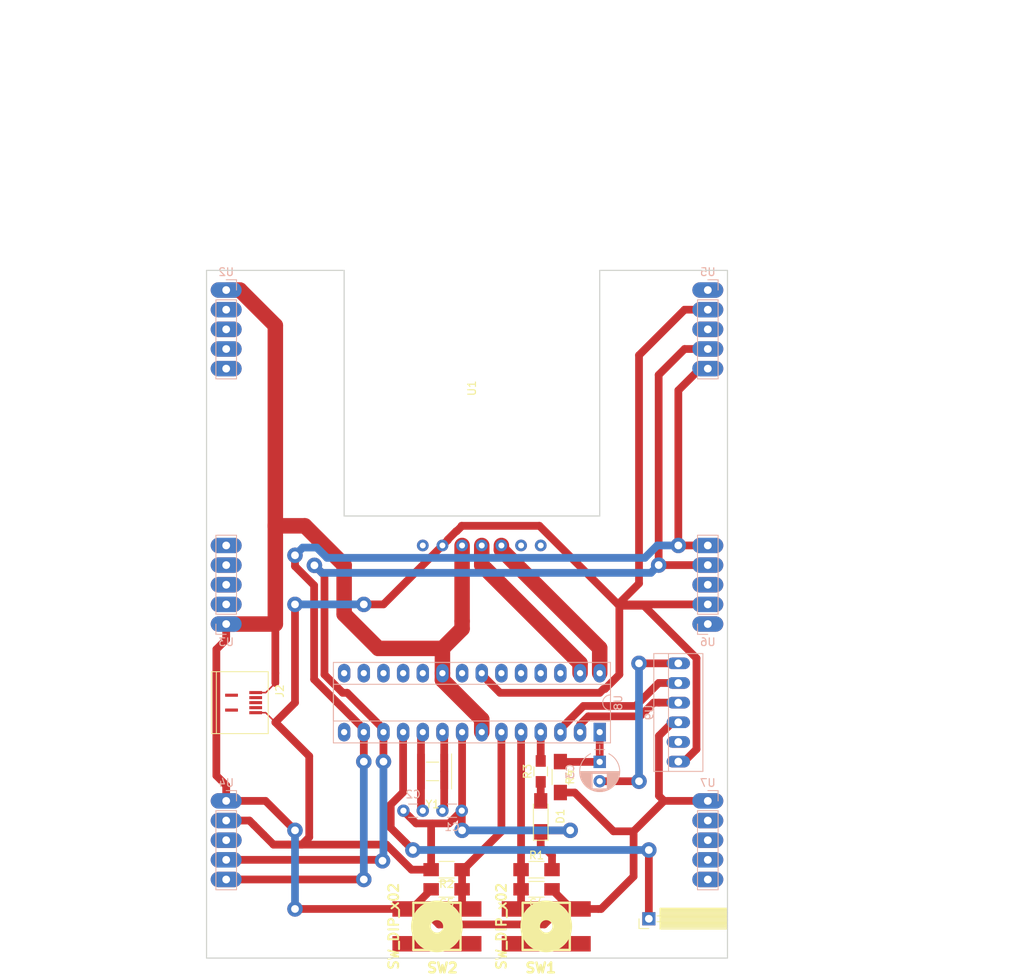
<source format=kicad_pcb>
(kicad_pcb (version 4) (host pcbnew 4.0.6)

  (general
    (links 52)
    (no_connects 1)
    (area 82.320001 12.54 218.67 138.83475)
    (thickness 1.6)
    (drawings 22)
    (tracks 228)
    (zones 0)
    (modules 24)
    (nets 19)
  )

  (page A4)
  (layers
    (0 F.Cu signal)
    (31 B.Cu signal)
    (32 B.Adhes user)
    (33 F.Adhes user)
    (34 B.Paste user hide)
    (35 F.Paste user hide)
    (36 B.SilkS user hide)
    (37 F.SilkS user)
    (38 B.Mask user)
    (39 F.Mask user hide)
    (40 Dwgs.User user)
    (41 Cmts.User user)
    (42 Eco1.User user)
    (43 Eco2.User user)
    (44 Edge.Cuts user)
    (45 Margin user)
    (46 B.CrtYd user)
    (47 F.CrtYd user)
    (48 B.Fab user)
    (49 F.Fab user)
  )

  (setup
    (last_trace_width 2)
    (user_trace_width 0.2)
    (user_trace_width 0.3)
    (user_trace_width 0.4)
    (user_trace_width 1)
    (user_trace_width 1.2)
    (user_trace_width 1.6)
    (user_trace_width 1.8)
    (trace_clearance 0.34)
    (zone_clearance 0.5)
    (zone_45_only no)
    (trace_min 0.2)
    (segment_width 0.2)
    (edge_width 0.15)
    (via_size 2)
    (via_drill 1)
    (via_min_size 0.4)
    (via_min_drill 0.3)
    (uvia_size 0.3)
    (uvia_drill 0.1)
    (uvias_allowed no)
    (uvia_min_size 0.2)
    (uvia_min_drill 0.1)
    (pcb_text_width 0.3)
    (pcb_text_size 1.5 1.5)
    (mod_edge_width 0.15)
    (mod_text_size 1 1)
    (mod_text_width 0.15)
    (pad_size 1.65 0.4)
    (pad_drill 0)
    (pad_to_mask_clearance 0.2)
    (aux_axis_origin 106.68 44.45)
    (visible_elements 7FFFFFFF)
    (pcbplotparams
      (layerselection 0x01800_00000001)
      (usegerberextensions false)
      (excludeedgelayer true)
      (linewidth 0.100000)
      (plotframeref false)
      (viasonmask false)
      (mode 1)
      (useauxorigin true)
      (hpglpennumber 1)
      (hpglpenspeed 20)
      (hpglpendiameter 15)
      (hpglpenoverlay 2)
      (psnegative false)
      (psa4output false)
      (plotreference true)
      (plotvalue true)
      (plotinvisibletext false)
      (padsonsilk false)
      (subtractmaskfromsilk false)
      (outputformat 1)
      (mirror false)
      (drillshape 0)
      (scaleselection 1)
      (outputdirectory gerber))
  )

  (net 0 "")
  (net 1 MAX_IN)
  (net 2 LATCH)
  (net 3 CLK)
  (net 4 SDA)
  (net 5 SCL)
  (net 6 VCC)
  (net 7 GND)
  (net 8 OSC1)
  (net 9 OSC2)
  (net 10 RESET)
  (net 11 "Net-(C3-Pad2)")
  (net 12 SW1)
  (net 13 SW2)
  (net 14 "Net-(D1-Pad2)")
  (net 15 "Net-(J2-Pad6)")
  (net 16 LED)
  (net 17 RX)
  (net 18 TX)

  (net_class Default "Dies ist die voreingestellte Netzklasse."
    (clearance 0.34)
    (trace_width 2)
    (via_dia 2)
    (via_drill 1)
    (uvia_dia 0.3)
    (uvia_drill 0.1)
    (add_net CLK)
    (add_net GND)
    (add_net LATCH)
    (add_net LED)
    (add_net MAX_IN)
    (add_net "Net-(C3-Pad2)")
    (add_net "Net-(D1-Pad2)")
    (add_net "Net-(J2-Pad6)")
    (add_net OSC1)
    (add_net OSC2)
    (add_net RESET)
    (add_net RX)
    (add_net SCL)
    (add_net SDA)
    (add_net SW1)
    (add_net SW2)
    (add_net TX)
    (add_net VCC)
  )

  (net_class 0,4mm ""
    (clearance 0.1)
    (trace_width 0.4)
    (via_dia 2)
    (via_drill 1)
    (uvia_dia 0.3)
    (uvia_drill 0.1)
  )

  (net_class 1mm ""
    (clearance 0.5)
    (trace_width 1)
    (via_dia 2)
    (via_drill 1)
    (uvia_dia 0.3)
    (uvia_drill 0.1)
  )

  (module Socket_Strips:Socket_Strip_Angled_1x01_Pitch2.54mm (layer F.Cu) (tedit 597DE67D) (tstamp 597C5703)
    (at 166.37 130.81 180)
    (descr "Through hole angled socket strip, 1x01, 2.54mm pitch, 8.51mm socket length, single row")
    (tags "Through hole angled socket strip THT 1x01 2.54mm single row")
    (path /597B8EB0)
    (fp_text reference J1 (at -4.38 -2.27 180) (layer F.SilkS) hide
      (effects (font (size 1 1) (thickness 0.15)))
    )
    (fp_text value CONN_01X01_MALE (at -4.38 2.27 180) (layer F.Fab)
      (effects (font (size 1 1) (thickness 0.15)))
    )
    (fp_line (start -1.52 -1.27) (end -1.52 1.27) (layer F.Fab) (width 0.1))
    (fp_line (start -1.52 1.27) (end -10.03 1.27) (layer F.Fab) (width 0.1))
    (fp_line (start -10.03 1.27) (end -10.03 -1.27) (layer F.Fab) (width 0.1))
    (fp_line (start -10.03 -1.27) (end -1.52 -1.27) (layer F.Fab) (width 0.1))
    (fp_line (start 0 -0.32) (end 0 0.32) (layer F.Fab) (width 0.1))
    (fp_line (start 0 0.32) (end -1.52 0.32) (layer F.Fab) (width 0.1))
    (fp_line (start -1.52 0.32) (end -1.52 -0.32) (layer F.Fab) (width 0.1))
    (fp_line (start -1.52 -0.32) (end 0 -0.32) (layer F.Fab) (width 0.1))
    (fp_line (start -1.46 -1.33) (end -1.46 1.33) (layer F.SilkS) (width 0.12))
    (fp_line (start -1.46 1.33) (end -10.09 1.33) (layer F.SilkS) (width 0.12))
    (fp_line (start -10.09 1.33) (end -10.09 -1.33) (layer F.SilkS) (width 0.12))
    (fp_line (start -10.09 -1.33) (end -1.46 -1.33) (layer F.SilkS) (width 0.12))
    (fp_line (start -1.46 -1.33) (end -1.46 1.27) (layer F.SilkS) (width 0.12))
    (fp_line (start -1.46 1.27) (end -10.09 1.27) (layer F.SilkS) (width 0.12))
    (fp_line (start -10.09 1.27) (end -10.09 -1.33) (layer F.SilkS) (width 0.12))
    (fp_line (start -10.09 -1.33) (end -1.46 -1.33) (layer F.SilkS) (width 0.12))
    (fp_line (start -1.03 -0.38) (end -1.46 -0.38) (layer F.SilkS) (width 0.12))
    (fp_line (start -1.03 0.38) (end -1.46 0.38) (layer F.SilkS) (width 0.12))
    (fp_line (start -1.46 -1.15) (end -10.09 -1.15) (layer F.SilkS) (width 0.12))
    (fp_line (start -1.46 -1.03) (end -10.09 -1.03) (layer F.SilkS) (width 0.12))
    (fp_line (start -1.46 -0.91) (end -10.09 -0.91) (layer F.SilkS) (width 0.12))
    (fp_line (start -1.46 -0.79) (end -10.09 -0.79) (layer F.SilkS) (width 0.12))
    (fp_line (start -1.46 -0.67) (end -10.09 -0.67) (layer F.SilkS) (width 0.12))
    (fp_line (start -1.46 -0.55) (end -10.09 -0.55) (layer F.SilkS) (width 0.12))
    (fp_line (start -1.46 -0.43) (end -10.09 -0.43) (layer F.SilkS) (width 0.12))
    (fp_line (start -1.46 -0.31) (end -10.09 -0.31) (layer F.SilkS) (width 0.12))
    (fp_line (start -1.46 -0.19) (end -10.09 -0.19) (layer F.SilkS) (width 0.12))
    (fp_line (start -1.46 -0.07) (end -10.09 -0.07) (layer F.SilkS) (width 0.12))
    (fp_line (start -1.46 0.05) (end -10.09 0.05) (layer F.SilkS) (width 0.12))
    (fp_line (start -1.46 0.17) (end -10.09 0.17) (layer F.SilkS) (width 0.12))
    (fp_line (start -1.46 0.29) (end -10.09 0.29) (layer F.SilkS) (width 0.12))
    (fp_line (start -1.46 0.41) (end -10.09 0.41) (layer F.SilkS) (width 0.12))
    (fp_line (start -1.46 0.53) (end -10.09 0.53) (layer F.SilkS) (width 0.12))
    (fp_line (start -1.46 0.65) (end -10.09 0.65) (layer F.SilkS) (width 0.12))
    (fp_line (start -1.46 0.77) (end -10.09 0.77) (layer F.SilkS) (width 0.12))
    (fp_line (start -1.46 0.89) (end -10.09 0.89) (layer F.SilkS) (width 0.12))
    (fp_line (start -1.46 1.01) (end -10.09 1.01) (layer F.SilkS) (width 0.12))
    (fp_line (start -1.46 1.13) (end -10.09 1.13) (layer F.SilkS) (width 0.12))
    (fp_line (start -1.46 1.25) (end -10.09 1.25) (layer F.SilkS) (width 0.12))
    (fp_line (start -1.46 1.37) (end -10.09 1.37) (layer F.SilkS) (width 0.12))
    (fp_line (start 0 -1.27) (end 1.27 -1.27) (layer F.SilkS) (width 0.12))
    (fp_line (start 1.27 -1.27) (end 1.27 0) (layer F.SilkS) (width 0.12))
    (fp_line (start 1.8 -1.8) (end 1.8 1.8) (layer F.CrtYd) (width 0.05))
    (fp_line (start 1.8 1.8) (end -10.55 1.8) (layer F.CrtYd) (width 0.05))
    (fp_line (start -10.55 1.8) (end -10.55 -1.8) (layer F.CrtYd) (width 0.05))
    (fp_line (start -10.55 -1.8) (end 1.8 -1.8) (layer F.CrtYd) (width 0.05))
    (fp_text user %R (at -4.38 -2.27 180) (layer F.Fab) hide
      (effects (font (size 1 1) (thickness 0.15)))
    )
    (pad 1 thru_hole rect (at 0 0 180) (size 1.7 1.7) (drill 1) (layers *.Cu *.Mask)
      (net 1 MAX_IN))
    (model ${KISYS3DMOD}/Socket_Strips.3dshapes/Socket_Strip_Angled_1x01_Pitch2.54mm.wrl
      (at (xyz 0 0 0))
      (scale (xyz 1 1 1))
      (rotate (xyz 0 0 270))
    )
  )

  (module Socket_Strips:Socket_Strip_Straight_1x05_Pitch2.54mm (layer B.Cu) (tedit 58CD5446) (tstamp 597C571C)
    (at 111.76 49.53 180)
    (descr "Through hole straight socket strip, 1x05, 2.54mm pitch, single row")
    (tags "Through hole socket strip THT 1x05 2.54mm single row")
    (path /596A2A6D)
    (fp_text reference U2 (at 0 2.33 180) (layer B.SilkS)
      (effects (font (size 1 1) (thickness 0.15)) (justify mirror))
    )
    (fp_text value MAX7219_IN (at 0 -12.49 180) (layer B.Fab)
      (effects (font (size 1 1) (thickness 0.15)) (justify mirror))
    )
    (fp_line (start -1.27 1.27) (end -1.27 -11.43) (layer B.Fab) (width 0.1))
    (fp_line (start -1.27 -11.43) (end 1.27 -11.43) (layer B.Fab) (width 0.1))
    (fp_line (start 1.27 -11.43) (end 1.27 1.27) (layer B.Fab) (width 0.1))
    (fp_line (start 1.27 1.27) (end -1.27 1.27) (layer B.Fab) (width 0.1))
    (fp_line (start -1.33 -1.27) (end -1.33 -11.49) (layer B.SilkS) (width 0.12))
    (fp_line (start -1.33 -11.49) (end 1.33 -11.49) (layer B.SilkS) (width 0.12))
    (fp_line (start 1.33 -11.49) (end 1.33 -1.27) (layer B.SilkS) (width 0.12))
    (fp_line (start 1.33 -1.27) (end -1.33 -1.27) (layer B.SilkS) (width 0.12))
    (fp_line (start -1.33 0) (end -1.33 1.33) (layer B.SilkS) (width 0.12))
    (fp_line (start -1.33 1.33) (end 0 1.33) (layer B.SilkS) (width 0.12))
    (fp_line (start -1.8 1.8) (end -1.8 -11.95) (layer B.CrtYd) (width 0.05))
    (fp_line (start -1.8 -11.95) (end 1.8 -11.95) (layer B.CrtYd) (width 0.05))
    (fp_line (start 1.8 -11.95) (end 1.8 1.8) (layer B.CrtYd) (width 0.05))
    (fp_line (start 1.8 1.8) (end -1.8 1.8) (layer B.CrtYd) (width 0.05))
    (fp_text user %R (at 0 2.33 180) (layer B.Fab)
      (effects (font (size 1 1) (thickness 0.15)) (justify mirror))
    )
    (pad 1 thru_hole oval (at 0 0 180) (size 4 2) (drill 1) (layers *.Cu *.Mask)
      (net 6 VCC))
    (pad 2 thru_hole oval (at 0 -2.54 180) (size 4 2) (drill 1) (layers *.Cu *.Mask))
    (pad 3 thru_hole oval (at 0 -5.08 180) (size 4 2) (drill 1) (layers *.Cu *.Mask))
    (pad 4 thru_hole oval (at 0 -7.62 180) (size 4 2) (drill 1) (layers *.Cu *.Mask))
    (pad 5 thru_hole oval (at 0 -10.16 180) (size 4 2) (drill 1) (layers *.Cu *.Mask))
    (model ${KISYS3DMOD}/Socket_Strips.3dshapes/Socket_Strip_Straight_1x05_Pitch2.54mm.wrl
      (at (xyz 0 -0.2 0))
      (scale (xyz 1 1 1))
      (rotate (xyz 0 0 270))
    )
  )

  (module Socket_Strips:Socket_Strip_Straight_1x05_Pitch2.54mm (layer B.Cu) (tedit 58CD5446) (tstamp 597C5725)
    (at 111.76 92.71)
    (descr "Through hole straight socket strip, 1x05, 2.54mm pitch, single row")
    (tags "Through hole socket strip THT 1x05 2.54mm single row")
    (path /597B8DED)
    (fp_text reference U3 (at 0 2.33) (layer B.SilkS)
      (effects (font (size 1 1) (thickness 0.15)) (justify mirror))
    )
    (fp_text value MAX7219_IN (at 0 -12.49) (layer B.Fab)
      (effects (font (size 1 1) (thickness 0.15)) (justify mirror))
    )
    (fp_line (start -1.27 1.27) (end -1.27 -11.43) (layer B.Fab) (width 0.1))
    (fp_line (start -1.27 -11.43) (end 1.27 -11.43) (layer B.Fab) (width 0.1))
    (fp_line (start 1.27 -11.43) (end 1.27 1.27) (layer B.Fab) (width 0.1))
    (fp_line (start 1.27 1.27) (end -1.27 1.27) (layer B.Fab) (width 0.1))
    (fp_line (start -1.33 -1.27) (end -1.33 -11.49) (layer B.SilkS) (width 0.12))
    (fp_line (start -1.33 -11.49) (end 1.33 -11.49) (layer B.SilkS) (width 0.12))
    (fp_line (start 1.33 -11.49) (end 1.33 -1.27) (layer B.SilkS) (width 0.12))
    (fp_line (start 1.33 -1.27) (end -1.33 -1.27) (layer B.SilkS) (width 0.12))
    (fp_line (start -1.33 0) (end -1.33 1.33) (layer B.SilkS) (width 0.12))
    (fp_line (start -1.33 1.33) (end 0 1.33) (layer B.SilkS) (width 0.12))
    (fp_line (start -1.8 1.8) (end -1.8 -11.95) (layer B.CrtYd) (width 0.05))
    (fp_line (start -1.8 -11.95) (end 1.8 -11.95) (layer B.CrtYd) (width 0.05))
    (fp_line (start 1.8 -11.95) (end 1.8 1.8) (layer B.CrtYd) (width 0.05))
    (fp_line (start 1.8 1.8) (end -1.8 1.8) (layer B.CrtYd) (width 0.05))
    (fp_text user %R (at 0 2.33) (layer B.Fab)
      (effects (font (size 1 1) (thickness 0.15)) (justify mirror))
    )
    (pad 1 thru_hole oval (at 0 0) (size 4 2) (drill 1) (layers *.Cu *.Mask)
      (net 6 VCC))
    (pad 2 thru_hole oval (at 0 -2.54) (size 4 2) (drill 1) (layers *.Cu *.Mask))
    (pad 3 thru_hole oval (at 0 -5.08) (size 4 2) (drill 1) (layers *.Cu *.Mask))
    (pad 4 thru_hole oval (at 0 -7.62) (size 4 2) (drill 1) (layers *.Cu *.Mask))
    (pad 5 thru_hole oval (at 0 -10.16) (size 4 2) (drill 1) (layers *.Cu *.Mask))
    (model ${KISYS3DMOD}/Socket_Strips.3dshapes/Socket_Strip_Straight_1x05_Pitch2.54mm.wrl
      (at (xyz 0 -0.2 0))
      (scale (xyz 1 1 1))
      (rotate (xyz 0 0 270))
    )
  )

  (module Socket_Strips:Socket_Strip_Straight_1x05_Pitch2.54mm (layer B.Cu) (tedit 58CD5446) (tstamp 597C572E)
    (at 111.76 115.57 180)
    (descr "Through hole straight socket strip, 1x05, 2.54mm pitch, single row")
    (tags "Through hole socket strip THT 1x05 2.54mm single row")
    (path /597B8E78)
    (fp_text reference U4 (at 0 2.33 180) (layer B.SilkS)
      (effects (font (size 1 1) (thickness 0.15)) (justify mirror))
    )
    (fp_text value MAX7219_IN (at 0 -12.49 180) (layer B.Fab)
      (effects (font (size 1 1) (thickness 0.15)) (justify mirror))
    )
    (fp_line (start -1.27 1.27) (end -1.27 -11.43) (layer B.Fab) (width 0.1))
    (fp_line (start -1.27 -11.43) (end 1.27 -11.43) (layer B.Fab) (width 0.1))
    (fp_line (start 1.27 -11.43) (end 1.27 1.27) (layer B.Fab) (width 0.1))
    (fp_line (start 1.27 1.27) (end -1.27 1.27) (layer B.Fab) (width 0.1))
    (fp_line (start -1.33 -1.27) (end -1.33 -11.49) (layer B.SilkS) (width 0.12))
    (fp_line (start -1.33 -11.49) (end 1.33 -11.49) (layer B.SilkS) (width 0.12))
    (fp_line (start 1.33 -11.49) (end 1.33 -1.27) (layer B.SilkS) (width 0.12))
    (fp_line (start 1.33 -1.27) (end -1.33 -1.27) (layer B.SilkS) (width 0.12))
    (fp_line (start -1.33 0) (end -1.33 1.33) (layer B.SilkS) (width 0.12))
    (fp_line (start -1.33 1.33) (end 0 1.33) (layer B.SilkS) (width 0.12))
    (fp_line (start -1.8 1.8) (end -1.8 -11.95) (layer B.CrtYd) (width 0.05))
    (fp_line (start -1.8 -11.95) (end 1.8 -11.95) (layer B.CrtYd) (width 0.05))
    (fp_line (start 1.8 -11.95) (end 1.8 1.8) (layer B.CrtYd) (width 0.05))
    (fp_line (start 1.8 1.8) (end -1.8 1.8) (layer B.CrtYd) (width 0.05))
    (fp_text user %R (at 0 2.33 180) (layer B.Fab)
      (effects (font (size 1 1) (thickness 0.15)) (justify mirror))
    )
    (pad 1 thru_hole oval (at 0 0 180) (size 4 2) (drill 1) (layers *.Cu *.Mask)
      (net 6 VCC))
    (pad 2 thru_hole oval (at 0 -2.54 180) (size 4 2) (drill 1) (layers *.Cu *.Mask)
      (net 7 GND))
    (pad 3 thru_hole oval (at 0 -5.08 180) (size 4 2) (drill 1) (layers *.Cu *.Mask))
    (pad 4 thru_hole oval (at 0 -7.62 180) (size 4 2) (drill 1) (layers *.Cu *.Mask)
      (net 2 LATCH))
    (pad 5 thru_hole oval (at 0 -10.16 180) (size 4 2) (drill 1) (layers *.Cu *.Mask)
      (net 3 CLK))
    (model ${KISYS3DMOD}/Socket_Strips.3dshapes/Socket_Strip_Straight_1x05_Pitch2.54mm.wrl
      (at (xyz 0 -0.2 0))
      (scale (xyz 1 1 1))
      (rotate (xyz 0 0 270))
    )
  )

  (module Socket_Strips:Socket_Strip_Straight_1x05_Pitch2.54mm (layer B.Cu) (tedit 597C7995) (tstamp 597C5737)
    (at 173.99 49.53 180)
    (descr "Through hole straight socket strip, 1x05, 2.54mm pitch, single row")
    (tags "Through hole socket strip THT 1x05 2.54mm single row")
    (path /597B8E8D)
    (fp_text reference U5 (at 0 2.33 180) (layer B.SilkS)
      (effects (font (size 1 1) (thickness 0.15)) (justify mirror))
    )
    (fp_text value MAX7219_IN (at 0 -12.49 180) (layer B.Fab)
      (effects (font (size 1 1) (thickness 0.15)) (justify mirror))
    )
    (fp_line (start -1.27 1.27) (end -1.27 -11.43) (layer B.Fab) (width 0.1))
    (fp_line (start -1.27 -11.43) (end 1.27 -11.43) (layer B.Fab) (width 0.1))
    (fp_line (start 1.27 -11.43) (end 1.27 1.27) (layer B.Fab) (width 0.1))
    (fp_line (start 1.27 1.27) (end -1.27 1.27) (layer B.Fab) (width 0.1))
    (fp_line (start -1.33 -1.27) (end -1.33 -11.49) (layer B.SilkS) (width 0.12))
    (fp_line (start -1.33 -11.49) (end 1.33 -11.49) (layer B.SilkS) (width 0.12))
    (fp_line (start 1.33 -11.49) (end 1.33 -1.27) (layer B.SilkS) (width 0.12))
    (fp_line (start 1.33 -1.27) (end -1.33 -1.27) (layer B.SilkS) (width 0.12))
    (fp_line (start -1.33 0) (end -1.33 1.33) (layer B.SilkS) (width 0.12))
    (fp_line (start -1.33 1.33) (end 0 1.33) (layer B.SilkS) (width 0.12))
    (fp_line (start -1.8 1.8) (end -1.8 -11.95) (layer B.CrtYd) (width 0.05))
    (fp_line (start -1.8 -11.95) (end 1.8 -11.95) (layer B.CrtYd) (width 0.05))
    (fp_line (start 1.8 -11.95) (end 1.8 1.8) (layer B.CrtYd) (width 0.05))
    (fp_line (start 1.8 1.8) (end -1.8 1.8) (layer B.CrtYd) (width 0.05))
    (fp_text user %R (at 0 2.33 180) (layer B.Fab)
      (effects (font (size 1 1) (thickness 0.15)) (justify mirror))
    )
    (pad 1 thru_hole oval (at 0 0 180) (size 4 2) (drill 1) (layers *.Cu *.Mask))
    (pad 2 thru_hole oval (at 0 -2.54 180) (size 4 2) (drill 1) (layers *.Cu *.Mask)
      (net 7 GND))
    (pad 3 thru_hole oval (at 0 -5.08 180) (size 4 2) (drill 1) (layers *.Cu *.Mask))
    (pad 4 thru_hole oval (at 0 -7.62 180) (size 4 2) (drill 1) (layers *.Cu *.Mask)
      (net 2 LATCH))
    (pad 5 thru_hole oval (at 0 -10.16 180) (size 4 2) (drill 1) (layers *.Cu *.Mask)
      (net 3 CLK))
    (model ${KISYS3DMOD}/Socket_Strips.3dshapes/Socket_Strip_Straight_1x05_Pitch2.54mm.wrl
      (at (xyz 0 -0.2 0))
      (scale (xyz 1 1 1))
      (rotate (xyz 0 0 270))
    )
  )

  (module Socket_Strips:Socket_Strip_Straight_1x05_Pitch2.54mm (layer B.Cu) (tedit 58CD5446) (tstamp 597C607C)
    (at 173.99 92.71)
    (descr "Through hole straight socket strip, 1x05, 2.54mm pitch, single row")
    (tags "Through hole socket strip THT 1x05 2.54mm single row")
    (path /597C60B3)
    (fp_text reference U6 (at 0 2.33) (layer B.SilkS)
      (effects (font (size 1 1) (thickness 0.15)) (justify mirror))
    )
    (fp_text value MAX7219_IN (at 0 -12.49) (layer B.Fab)
      (effects (font (size 1 1) (thickness 0.15)) (justify mirror))
    )
    (fp_line (start -1.27 1.27) (end -1.27 -11.43) (layer B.Fab) (width 0.1))
    (fp_line (start -1.27 -11.43) (end 1.27 -11.43) (layer B.Fab) (width 0.1))
    (fp_line (start 1.27 -11.43) (end 1.27 1.27) (layer B.Fab) (width 0.1))
    (fp_line (start 1.27 1.27) (end -1.27 1.27) (layer B.Fab) (width 0.1))
    (fp_line (start -1.33 -1.27) (end -1.33 -11.49) (layer B.SilkS) (width 0.12))
    (fp_line (start -1.33 -11.49) (end 1.33 -11.49) (layer B.SilkS) (width 0.12))
    (fp_line (start 1.33 -11.49) (end 1.33 -1.27) (layer B.SilkS) (width 0.12))
    (fp_line (start 1.33 -1.27) (end -1.33 -1.27) (layer B.SilkS) (width 0.12))
    (fp_line (start -1.33 0) (end -1.33 1.33) (layer B.SilkS) (width 0.12))
    (fp_line (start -1.33 1.33) (end 0 1.33) (layer B.SilkS) (width 0.12))
    (fp_line (start -1.8 1.8) (end -1.8 -11.95) (layer B.CrtYd) (width 0.05))
    (fp_line (start -1.8 -11.95) (end 1.8 -11.95) (layer B.CrtYd) (width 0.05))
    (fp_line (start 1.8 -11.95) (end 1.8 1.8) (layer B.CrtYd) (width 0.05))
    (fp_line (start 1.8 1.8) (end -1.8 1.8) (layer B.CrtYd) (width 0.05))
    (fp_text user %R (at 0 2.33) (layer B.Fab)
      (effects (font (size 1 1) (thickness 0.15)) (justify mirror))
    )
    (pad 1 thru_hole oval (at 0 0) (size 4 2) (drill 1) (layers *.Cu *.Mask))
    (pad 2 thru_hole oval (at 0 -2.54) (size 4 2) (drill 1) (layers *.Cu *.Mask)
      (net 7 GND))
    (pad 3 thru_hole oval (at 0 -5.08) (size 4 2) (drill 1) (layers *.Cu *.Mask))
    (pad 4 thru_hole oval (at 0 -7.62) (size 4 2) (drill 1) (layers *.Cu *.Mask)
      (net 2 LATCH))
    (pad 5 thru_hole oval (at 0 -10.16) (size 4 2) (drill 1) (layers *.Cu *.Mask)
      (net 3 CLK))
    (model ${KISYS3DMOD}/Socket_Strips.3dshapes/Socket_Strip_Straight_1x05_Pitch2.54mm.wrl
      (at (xyz 0 -0.2 0))
      (scale (xyz 1 1 1))
      (rotate (xyz 0 0 270))
    )
  )

  (module Socket_Strips:Socket_Strip_Straight_1x05_Pitch2.54mm (layer B.Cu) (tedit 58CD5446) (tstamp 597C6085)
    (at 173.99 115.57 180)
    (descr "Through hole straight socket strip, 1x05, 2.54mm pitch, single row")
    (tags "Through hole socket strip THT 1x05 2.54mm single row")
    (path /597C60C8)
    (fp_text reference U7 (at 0 2.33 180) (layer B.SilkS)
      (effects (font (size 1 1) (thickness 0.15)) (justify mirror))
    )
    (fp_text value MAX7219_IN (at 0 -12.49 180) (layer B.Fab)
      (effects (font (size 1 1) (thickness 0.15)) (justify mirror))
    )
    (fp_line (start -1.27 1.27) (end -1.27 -11.43) (layer B.Fab) (width 0.1))
    (fp_line (start -1.27 -11.43) (end 1.27 -11.43) (layer B.Fab) (width 0.1))
    (fp_line (start 1.27 -11.43) (end 1.27 1.27) (layer B.Fab) (width 0.1))
    (fp_line (start 1.27 1.27) (end -1.27 1.27) (layer B.Fab) (width 0.1))
    (fp_line (start -1.33 -1.27) (end -1.33 -11.49) (layer B.SilkS) (width 0.12))
    (fp_line (start -1.33 -11.49) (end 1.33 -11.49) (layer B.SilkS) (width 0.12))
    (fp_line (start 1.33 -11.49) (end 1.33 -1.27) (layer B.SilkS) (width 0.12))
    (fp_line (start 1.33 -1.27) (end -1.33 -1.27) (layer B.SilkS) (width 0.12))
    (fp_line (start -1.33 0) (end -1.33 1.33) (layer B.SilkS) (width 0.12))
    (fp_line (start -1.33 1.33) (end 0 1.33) (layer B.SilkS) (width 0.12))
    (fp_line (start -1.8 1.8) (end -1.8 -11.95) (layer B.CrtYd) (width 0.05))
    (fp_line (start -1.8 -11.95) (end 1.8 -11.95) (layer B.CrtYd) (width 0.05))
    (fp_line (start 1.8 -11.95) (end 1.8 1.8) (layer B.CrtYd) (width 0.05))
    (fp_line (start 1.8 1.8) (end -1.8 1.8) (layer B.CrtYd) (width 0.05))
    (fp_text user %R (at 0 2.33 180) (layer B.Fab)
      (effects (font (size 1 1) (thickness 0.15)) (justify mirror))
    )
    (pad 1 thru_hole oval (at 0 0 180) (size 4 2) (drill 1) (layers *.Cu *.Mask)
      (net 6 VCC))
    (pad 2 thru_hole oval (at 0 -2.54 180) (size 4 2) (drill 1) (layers *.Cu *.Mask))
    (pad 3 thru_hole oval (at 0 -5.08 180) (size 4 2) (drill 1) (layers *.Cu *.Mask))
    (pad 4 thru_hole oval (at 0 -7.62 180) (size 4 2) (drill 1) (layers *.Cu *.Mask))
    (pad 5 thru_hole oval (at 0 -10.16 180) (size 4 2) (drill 1) (layers *.Cu *.Mask))
    (model ${KISYS3DMOD}/Socket_Strips.3dshapes/Socket_Strip_Straight_1x05_Pitch2.54mm.wrl
      (at (xyz 0 -0.2 0))
      (scale (xyz 1 1 1))
      (rotate (xyz 0 0 270))
    )
  )

  (module Capacitors_THT:C_Disc_D3.0mm_W1.6mm_P2.50mm (layer B.Cu) (tedit 597BC7C2) (tstamp 598F1986)
    (at 139.7 116.84)
    (descr "C, Disc series, Radial, pin pitch=2.50mm, , diameter*width=3.0*1.6mm^2, Capacitor, http://www.vishay.com/docs/45233/krseries.pdf")
    (tags "C Disc series Radial pin pitch 2.50mm  diameter 3.0mm width 1.6mm Capacitor")
    (path /598E090A)
    (fp_text reference C1 (at 1.25 2.11) (layer B.SilkS)
      (effects (font (size 1 1) (thickness 0.15)) (justify mirror))
    )
    (fp_text value 22pF (at 1.25 -2.11) (layer B.Fab)
      (effects (font (size 1 1) (thickness 0.15)) (justify mirror))
    )
    (fp_line (start -0.25 0.8) (end -0.25 -0.8) (layer B.Fab) (width 0.1))
    (fp_line (start -0.25 -0.8) (end 2.75 -0.8) (layer B.Fab) (width 0.1))
    (fp_line (start 2.75 -0.8) (end 2.75 0.8) (layer B.Fab) (width 0.1))
    (fp_line (start 2.75 0.8) (end -0.25 0.8) (layer B.Fab) (width 0.1))
    (fp_line (start 0.663 0.861) (end 1.837 0.861) (layer B.SilkS) (width 0.12))
    (fp_line (start 0.663 -0.861) (end 1.837 -0.861) (layer B.SilkS) (width 0.12))
    (fp_line (start -1.05 1.15) (end -1.05 -1.15) (layer B.CrtYd) (width 0.05))
    (fp_line (start -1.05 -1.15) (end 3.55 -1.15) (layer B.CrtYd) (width 0.05))
    (fp_line (start 3.55 -1.15) (end 3.55 1.15) (layer B.CrtYd) (width 0.05))
    (fp_line (start 3.55 1.15) (end -1.05 1.15) (layer B.CrtYd) (width 0.05))
    (fp_text user %R (at 1.25 0) (layer B.Fab)
      (effects (font (size 1 1) (thickness 0.15)) (justify mirror))
    )
    (pad 1 thru_hole circle (at 0 0) (size 1.6 1.6) (drill 0.8) (layers *.Cu *.Mask)
      (net 8 OSC1))
    (pad 2 thru_hole circle (at 2.5 0) (size 1.6 1.6) (drill 0.8) (layers *.Cu *.Mask)
      (net 7 GND))
    (model ${KISYS3DMOD}/Capacitors_THT.3dshapes/C_Disc_D3.0mm_W1.6mm_P2.50mm.wrl
      (at (xyz 0 0 0))
      (scale (xyz 0.4 0.4 0.4))
      (rotate (xyz 0 0 0))
    )
  )

  (module Capacitors_THT:C_Disc_D3.0mm_W1.6mm_P2.50mm (layer B.Cu) (tedit 597BC7C2) (tstamp 598F198C)
    (at 137.16 116.84 180)
    (descr "C, Disc series, Radial, pin pitch=2.50mm, , diameter*width=3.0*1.6mm^2, Capacitor, http://www.vishay.com/docs/45233/krseries.pdf")
    (tags "C Disc series Radial pin pitch 2.50mm  diameter 3.0mm width 1.6mm Capacitor")
    (path /598E0A25)
    (fp_text reference C2 (at 1.25 2.11 180) (layer B.SilkS)
      (effects (font (size 1 1) (thickness 0.15)) (justify mirror))
    )
    (fp_text value 22pF (at 1.25 -2.11 180) (layer B.Fab)
      (effects (font (size 1 1) (thickness 0.15)) (justify mirror))
    )
    (fp_line (start -0.25 0.8) (end -0.25 -0.8) (layer B.Fab) (width 0.1))
    (fp_line (start -0.25 -0.8) (end 2.75 -0.8) (layer B.Fab) (width 0.1))
    (fp_line (start 2.75 -0.8) (end 2.75 0.8) (layer B.Fab) (width 0.1))
    (fp_line (start 2.75 0.8) (end -0.25 0.8) (layer B.Fab) (width 0.1))
    (fp_line (start 0.663 0.861) (end 1.837 0.861) (layer B.SilkS) (width 0.12))
    (fp_line (start 0.663 -0.861) (end 1.837 -0.861) (layer B.SilkS) (width 0.12))
    (fp_line (start -1.05 1.15) (end -1.05 -1.15) (layer B.CrtYd) (width 0.05))
    (fp_line (start -1.05 -1.15) (end 3.55 -1.15) (layer B.CrtYd) (width 0.05))
    (fp_line (start 3.55 -1.15) (end 3.55 1.15) (layer B.CrtYd) (width 0.05))
    (fp_line (start 3.55 1.15) (end -1.05 1.15) (layer B.CrtYd) (width 0.05))
    (fp_text user %R (at 1.25 0 180) (layer B.Fab)
      (effects (font (size 1 1) (thickness 0.15)) (justify mirror))
    )
    (pad 1 thru_hole circle (at 0 0 180) (size 1.6 1.6) (drill 0.8) (layers *.Cu *.Mask)
      (net 9 OSC2))
    (pad 2 thru_hole circle (at 2.5 0 180) (size 1.6 1.6) (drill 0.8) (layers *.Cu *.Mask)
      (net 7 GND))
    (model ${KISYS3DMOD}/Capacitors_THT.3dshapes/C_Disc_D3.0mm_W1.6mm_P2.50mm.wrl
      (at (xyz 0 0 0))
      (scale (xyz 0.4 0.4 0.4))
      (rotate (xyz 0 0 0))
    )
  )

  (module Capacitors_SMD:C_1206_HandSoldering (layer F.Cu) (tedit 58AA84D1) (tstamp 598F1998)
    (at 151.86 127 180)
    (descr "Capacitor SMD 1206, hand soldering")
    (tags "capacitor 1206")
    (path /598F6208)
    (attr smd)
    (fp_text reference C4 (at 0 -1.75 180) (layer F.SilkS)
      (effects (font (size 1 1) (thickness 0.15)))
    )
    (fp_text value 100nF (at 0 2 180) (layer F.Fab)
      (effects (font (size 1 1) (thickness 0.15)))
    )
    (fp_text user %R (at 0 -1.75 180) (layer F.Fab)
      (effects (font (size 1 1) (thickness 0.15)))
    )
    (fp_line (start -1.6 0.8) (end -1.6 -0.8) (layer F.Fab) (width 0.1))
    (fp_line (start 1.6 0.8) (end -1.6 0.8) (layer F.Fab) (width 0.1))
    (fp_line (start 1.6 -0.8) (end 1.6 0.8) (layer F.Fab) (width 0.1))
    (fp_line (start -1.6 -0.8) (end 1.6 -0.8) (layer F.Fab) (width 0.1))
    (fp_line (start 1 -1.02) (end -1 -1.02) (layer F.SilkS) (width 0.12))
    (fp_line (start -1 1.02) (end 1 1.02) (layer F.SilkS) (width 0.12))
    (fp_line (start -3.25 -1.05) (end 3.25 -1.05) (layer F.CrtYd) (width 0.05))
    (fp_line (start -3.25 -1.05) (end -3.25 1.05) (layer F.CrtYd) (width 0.05))
    (fp_line (start 3.25 1.05) (end 3.25 -1.05) (layer F.CrtYd) (width 0.05))
    (fp_line (start 3.25 1.05) (end -3.25 1.05) (layer F.CrtYd) (width 0.05))
    (pad 1 smd rect (at -2 0 180) (size 2 1.6) (layers F.Cu F.Paste F.Mask)
      (net 6 VCC))
    (pad 2 smd rect (at 2 0 180) (size 2 1.6) (layers F.Cu F.Paste F.Mask)
      (net 12 SW1))
    (model Capacitors_SMD.3dshapes/C_1206.wrl
      (at (xyz 0 0 0))
      (scale (xyz 1 1 1))
      (rotate (xyz 0 0 0))
    )
  )

  (module Capacitors_SMD:C_1206_HandSoldering (layer F.Cu) (tedit 58AA84D1) (tstamp 598F199E)
    (at 140.24 127 180)
    (descr "Capacitor SMD 1206, hand soldering")
    (tags "capacitor 1206")
    (path /598F6A52)
    (attr smd)
    (fp_text reference C5 (at 0 -1.75 180) (layer F.SilkS)
      (effects (font (size 1 1) (thickness 0.15)))
    )
    (fp_text value 100nF (at 0 2 180) (layer F.Fab)
      (effects (font (size 1 1) (thickness 0.15)))
    )
    (fp_text user %R (at 0 -1.75 180) (layer F.Fab)
      (effects (font (size 1 1) (thickness 0.15)))
    )
    (fp_line (start -1.6 0.8) (end -1.6 -0.8) (layer F.Fab) (width 0.1))
    (fp_line (start 1.6 0.8) (end -1.6 0.8) (layer F.Fab) (width 0.1))
    (fp_line (start 1.6 -0.8) (end 1.6 0.8) (layer F.Fab) (width 0.1))
    (fp_line (start -1.6 -0.8) (end 1.6 -0.8) (layer F.Fab) (width 0.1))
    (fp_line (start 1 -1.02) (end -1 -1.02) (layer F.SilkS) (width 0.12))
    (fp_line (start -1 1.02) (end 1 1.02) (layer F.SilkS) (width 0.12))
    (fp_line (start -3.25 -1.05) (end 3.25 -1.05) (layer F.CrtYd) (width 0.05))
    (fp_line (start -3.25 -1.05) (end -3.25 1.05) (layer F.CrtYd) (width 0.05))
    (fp_line (start 3.25 1.05) (end 3.25 -1.05) (layer F.CrtYd) (width 0.05))
    (fp_line (start 3.25 1.05) (end -3.25 1.05) (layer F.CrtYd) (width 0.05))
    (pad 1 smd rect (at -2 0 180) (size 2 1.6) (layers F.Cu F.Paste F.Mask)
      (net 13 SW2))
    (pad 2 smd rect (at 2 0 180) (size 2 1.6) (layers F.Cu F.Paste F.Mask)
      (net 6 VCC))
    (model Capacitors_SMD.3dshapes/C_1206.wrl
      (at (xyz 0 0 0))
      (scale (xyz 1 1 1))
      (rotate (xyz 0 0 0))
    )
  )

  (module LEDs:LED_1206_HandSoldering (layer F.Cu) (tedit 595FC724) (tstamp 598F19A4)
    (at 152.4 117.57 90)
    (descr "LED SMD 1206, hand soldering")
    (tags "LED 1206")
    (path /598F0345)
    (attr smd)
    (fp_text reference D1 (at 0 2.54 90) (layer F.SilkS)
      (effects (font (size 1 1) (thickness 0.15)))
    )
    (fp_text value LED (at 0 1.9 90) (layer F.Fab)
      (effects (font (size 1 1) (thickness 0.15)))
    )
    (fp_line (start -3.1 -0.95) (end -3.1 0.95) (layer F.SilkS) (width 0.12))
    (fp_line (start -0.4 0) (end 0.2 -0.4) (layer F.Fab) (width 0.1))
    (fp_line (start 0.2 -0.4) (end 0.2 0.4) (layer F.Fab) (width 0.1))
    (fp_line (start 0.2 0.4) (end -0.4 0) (layer F.Fab) (width 0.1))
    (fp_line (start -0.45 -0.4) (end -0.45 0.4) (layer F.Fab) (width 0.1))
    (fp_line (start -1.6 0.8) (end -1.6 -0.8) (layer F.Fab) (width 0.1))
    (fp_line (start 1.6 0.8) (end -1.6 0.8) (layer F.Fab) (width 0.1))
    (fp_line (start 1.6 -0.8) (end 1.6 0.8) (layer F.Fab) (width 0.1))
    (fp_line (start -1.6 -0.8) (end 1.6 -0.8) (layer F.Fab) (width 0.1))
    (fp_line (start -3.1 0.95) (end 1.6 0.95) (layer F.SilkS) (width 0.12))
    (fp_line (start -3.1 -0.95) (end 1.6 -0.95) (layer F.SilkS) (width 0.12))
    (fp_line (start -3.25 -1.11) (end 3.25 -1.11) (layer F.CrtYd) (width 0.05))
    (fp_line (start -3.25 -1.11) (end -3.25 1.1) (layer F.CrtYd) (width 0.05))
    (fp_line (start 3.25 1.1) (end 3.25 -1.11) (layer F.CrtYd) (width 0.05))
    (fp_line (start 3.25 1.1) (end -3.25 1.1) (layer F.CrtYd) (width 0.05))
    (pad 1 smd rect (at -2 0 90) (size 2 1.7) (layers F.Cu F.Paste F.Mask)
      (net 7 GND))
    (pad 2 smd rect (at 2 0 90) (size 2 1.7) (layers F.Cu F.Paste F.Mask)
      (net 14 "Net-(D1-Pad2)"))
    (model ${KISYS3DMOD}/LEDs.3dshapes/LED_1206.wrl
      (at (xyz 0 0 0))
      (scale (xyz 1 1 1))
      (rotate (xyz 0 0 180))
    )
  )

  (module Connectors:USB_Micro-B_10103594-0001LF (layer F.Cu) (tedit 598F58AB) (tstamp 598F19B3)
    (at 114.07 102.87 270)
    (descr "Micro USB Type B 10103594-0001LF")
    (tags "USB USB_B USB_micro USB_OTG")
    (path /598EE15E)
    (clearance 0.2)
    (attr smd)
    (fp_text reference J2 (at -1.5 -4.62 270) (layer F.SilkS)
      (effects (font (size 1 1) (thickness 0.15)))
    )
    (fp_text value MY_USB_OTG (at 0 6.17 270) (layer F.Fab)
      (effects (font (size 1 1) (thickness 0.15)))
    )
    (fp_line (start -4.25 -3.4) (end 4.25 -3.4) (layer F.CrtYd) (width 0.05))
    (fp_line (start 4.25 -3.4) (end 4.25 4.45) (layer F.CrtYd) (width 0.05))
    (fp_line (start 4.25 4.45) (end -4.25 4.45) (layer F.CrtYd) (width 0.05))
    (fp_line (start -4.25 4.45) (end -4.25 -3.4) (layer F.CrtYd) (width 0.05))
    (fp_line (start -4 4.2) (end 4 4.2) (layer F.SilkS) (width 0.12))
    (fp_line (start -4 -3.12) (end 4 -3.12) (layer F.SilkS) (width 0.12))
    (fp_line (start 4 -3.12) (end 4 4.2) (layer F.SilkS) (width 0.12))
    (fp_line (start 4 3.58) (end -4 3.58) (layer F.SilkS) (width 0.12))
    (fp_line (start -4 4.2) (end -4 -3.12) (layer F.SilkS) (width 0.12))
    (pad 1 smd rect (at -1.3 -1.5) (size 1.65 0.4) (layers F.Cu F.Paste F.Mask)
      (net 6 VCC) (solder_mask_margin 0.1) (solder_paste_margin 0.1) (clearance 0.1))
    (pad 2 smd rect (at -0.65 -1.5) (size 1.65 0.4) (layers F.Cu)
      (solder_mask_margin 0.1) (solder_paste_margin 0.1) (clearance 0.1))
    (pad 3 smd rect (at 0 -1.5) (size 1.65 0.4) (layers F.Cu F.Paste F.Mask)
      (solder_mask_margin 0.1) (solder_paste_margin 0.1) (clearance 0.1))
    (pad 4 smd rect (at 0.65 -1.5) (size 1.65 0.4) (layers F.Cu F.Paste F.Mask)
      (solder_mask_margin 0.1) (solder_paste_margin 0.1) (clearance 0.1))
    (pad 5 smd rect (at 1.3 -1.5) (size 1.65 0.4) (layers F.Cu F.Paste F.Mask)
      (net 7 GND) (clearance 0.2))
    (pad 6 smd rect (at -0.96 1.62) (size 1.65 0.4) (layers F.Cu F.Paste F.Mask)
      (net 15 "Net-(J2-Pad6)"))
    (pad 6 smd rect (at 0.96 1.62) (size 1.65 0.4) (layers F.Cu F.Paste F.Mask)
      (net 15 "Net-(J2-Pad6)"))
  )

  (module Resistors_SMD:R_1206_HandSoldering (layer F.Cu) (tedit 58E0A804) (tstamp 598F19B9)
    (at 151.86 124.46)
    (descr "Resistor SMD 1206, hand soldering")
    (tags "resistor 1206")
    (path /598F638D)
    (attr smd)
    (fp_text reference R1 (at 0 -1.85) (layer F.SilkS)
      (effects (font (size 1 1) (thickness 0.15)))
    )
    (fp_text value 10k (at 0 1.9) (layer F.Fab)
      (effects (font (size 1 1) (thickness 0.15)))
    )
    (fp_text user %R (at 0 0) (layer F.Fab)
      (effects (font (size 0.7 0.7) (thickness 0.105)))
    )
    (fp_line (start -1.6 0.8) (end -1.6 -0.8) (layer F.Fab) (width 0.1))
    (fp_line (start 1.6 0.8) (end -1.6 0.8) (layer F.Fab) (width 0.1))
    (fp_line (start 1.6 -0.8) (end 1.6 0.8) (layer F.Fab) (width 0.1))
    (fp_line (start -1.6 -0.8) (end 1.6 -0.8) (layer F.Fab) (width 0.1))
    (fp_line (start 1 1.07) (end -1 1.07) (layer F.SilkS) (width 0.12))
    (fp_line (start -1 -1.07) (end 1 -1.07) (layer F.SilkS) (width 0.12))
    (fp_line (start -3.25 -1.11) (end 3.25 -1.11) (layer F.CrtYd) (width 0.05))
    (fp_line (start -3.25 -1.11) (end -3.25 1.1) (layer F.CrtYd) (width 0.05))
    (fp_line (start 3.25 1.1) (end 3.25 -1.11) (layer F.CrtYd) (width 0.05))
    (fp_line (start 3.25 1.1) (end -3.25 1.1) (layer F.CrtYd) (width 0.05))
    (pad 1 smd rect (at -2 0) (size 2 1.7) (layers F.Cu F.Paste F.Mask)
      (net 12 SW1))
    (pad 2 smd rect (at 2 0) (size 2 1.7) (layers F.Cu F.Paste F.Mask)
      (net 7 GND))
    (model ${KISYS3DMOD}/Resistors_SMD.3dshapes/R_1206.wrl
      (at (xyz 0 0 0))
      (scale (xyz 1 1 1))
      (rotate (xyz 0 0 0))
    )
  )

  (module Resistors_SMD:R_1206_HandSoldering (layer F.Cu) (tedit 58E0A804) (tstamp 598F19BF)
    (at 140.24 124.46 180)
    (descr "Resistor SMD 1206, hand soldering")
    (tags "resistor 1206")
    (path /598F6A5C)
    (attr smd)
    (fp_text reference R2 (at 0 -1.85 180) (layer F.SilkS)
      (effects (font (size 1 1) (thickness 0.15)))
    )
    (fp_text value 10k (at 0 1.9 180) (layer F.Fab)
      (effects (font (size 1 1) (thickness 0.15)))
    )
    (fp_text user %R (at 0 0 180) (layer F.Fab)
      (effects (font (size 0.7 0.7) (thickness 0.105)))
    )
    (fp_line (start -1.6 0.8) (end -1.6 -0.8) (layer F.Fab) (width 0.1))
    (fp_line (start 1.6 0.8) (end -1.6 0.8) (layer F.Fab) (width 0.1))
    (fp_line (start 1.6 -0.8) (end 1.6 0.8) (layer F.Fab) (width 0.1))
    (fp_line (start -1.6 -0.8) (end 1.6 -0.8) (layer F.Fab) (width 0.1))
    (fp_line (start 1 1.07) (end -1 1.07) (layer F.SilkS) (width 0.12))
    (fp_line (start -1 -1.07) (end 1 -1.07) (layer F.SilkS) (width 0.12))
    (fp_line (start -3.25 -1.11) (end 3.25 -1.11) (layer F.CrtYd) (width 0.05))
    (fp_line (start -3.25 -1.11) (end -3.25 1.1) (layer F.CrtYd) (width 0.05))
    (fp_line (start 3.25 1.1) (end 3.25 -1.11) (layer F.CrtYd) (width 0.05))
    (fp_line (start 3.25 1.1) (end -3.25 1.1) (layer F.CrtYd) (width 0.05))
    (pad 1 smd rect (at -2 0 180) (size 2 1.7) (layers F.Cu F.Paste F.Mask)
      (net 13 SW2))
    (pad 2 smd rect (at 2 0 180) (size 2 1.7) (layers F.Cu F.Paste F.Mask)
      (net 7 GND))
    (model ${KISYS3DMOD}/Resistors_SMD.3dshapes/R_1206.wrl
      (at (xyz 0 0 0))
      (scale (xyz 1 1 1))
      (rotate (xyz 0 0 0))
    )
  )

  (module Resistors_SMD:R_0805_HandSoldering (layer F.Cu) (tedit 58E0A804) (tstamp 598F19C5)
    (at 152.4 111.76 90)
    (descr "Resistor SMD 0805, hand soldering")
    (tags "resistor 0805")
    (path /598EFE16)
    (attr smd)
    (fp_text reference R3 (at 0 -1.7 90) (layer F.SilkS)
      (effects (font (size 1 1) (thickness 0.15)))
    )
    (fp_text value R_LED (at 0 1.75 90) (layer F.Fab)
      (effects (font (size 1 1) (thickness 0.15)))
    )
    (fp_text user %R (at 0 0 90) (layer F.Fab)
      (effects (font (size 0.5 0.5) (thickness 0.075)))
    )
    (fp_line (start -1 0.62) (end -1 -0.62) (layer F.Fab) (width 0.1))
    (fp_line (start 1 0.62) (end -1 0.62) (layer F.Fab) (width 0.1))
    (fp_line (start 1 -0.62) (end 1 0.62) (layer F.Fab) (width 0.1))
    (fp_line (start -1 -0.62) (end 1 -0.62) (layer F.Fab) (width 0.1))
    (fp_line (start 0.6 0.88) (end -0.6 0.88) (layer F.SilkS) (width 0.12))
    (fp_line (start -0.6 -0.88) (end 0.6 -0.88) (layer F.SilkS) (width 0.12))
    (fp_line (start -2.35 -0.9) (end 2.35 -0.9) (layer F.CrtYd) (width 0.05))
    (fp_line (start -2.35 -0.9) (end -2.35 0.9) (layer F.CrtYd) (width 0.05))
    (fp_line (start 2.35 0.9) (end 2.35 -0.9) (layer F.CrtYd) (width 0.05))
    (fp_line (start 2.35 0.9) (end -2.35 0.9) (layer F.CrtYd) (width 0.05))
    (pad 1 smd rect (at -1.35 0 90) (size 1.5 1.3) (layers F.Cu F.Paste F.Mask)
      (net 14 "Net-(D1-Pad2)"))
    (pad 2 smd rect (at 1.35 0 90) (size 1.5 1.3) (layers F.Cu F.Paste F.Mask)
      (net 16 LED))
    (model ${KISYS3DMOD}/Resistors_SMD.3dshapes/R_0805.wrl
      (at (xyz 0 0 0))
      (scale (xyz 1 1 1))
      (rotate (xyz 0 0 0))
    )
  )

  (module Housings_DIP:DIP-28_W7.62mm_Socket_LongPads (layer B.Cu) (tedit 598F1EB7) (tstamp 598F19F5)
    (at 160.02 106.68 90)
    (descr "28-lead dip package, row spacing 7.62 mm (300 mils), Socket, LongPads")
    (tags "DIL DIP PDIP 2.54mm 7.62mm 300mil Socket LongPads")
    (path /598DF1B2)
    (fp_text reference U8 (at 3.81 2.39 90) (layer B.SilkS)
      (effects (font (size 1 1) (thickness 0.15)) (justify mirror))
    )
    (fp_text value ATMEGA328P-PU (at 3.81 -35.41 90) (layer B.Fab)
      (effects (font (size 1 1) (thickness 0.15)) (justify mirror))
    )
    (fp_text user %R (at 3.81 -16.51 90) (layer B.Fab)
      (effects (font (size 1 1) (thickness 0.15)) (justify mirror))
    )
    (fp_line (start 1.635 1.27) (end 6.985 1.27) (layer B.Fab) (width 0.1))
    (fp_line (start 6.985 1.27) (end 6.985 -34.29) (layer B.Fab) (width 0.1))
    (fp_line (start 6.985 -34.29) (end 0.635 -34.29) (layer B.Fab) (width 0.1))
    (fp_line (start 0.635 -34.29) (end 0.635 0.27) (layer B.Fab) (width 0.1))
    (fp_line (start 0.635 0.27) (end 1.635 1.27) (layer B.Fab) (width 0.1))
    (fp_line (start -1.27 1.27) (end -1.27 -34.29) (layer B.Fab) (width 0.1))
    (fp_line (start -1.27 -34.29) (end 8.89 -34.29) (layer B.Fab) (width 0.1))
    (fp_line (start 8.89 -34.29) (end 8.89 1.27) (layer B.Fab) (width 0.1))
    (fp_line (start 8.89 1.27) (end -1.27 1.27) (layer B.Fab) (width 0.1))
    (fp_line (start 2.81 1.39) (end 1.44 1.39) (layer B.SilkS) (width 0.12))
    (fp_line (start 1.44 1.39) (end 1.44 -34.41) (layer B.SilkS) (width 0.12))
    (fp_line (start 1.44 -34.41) (end 6.18 -34.41) (layer B.SilkS) (width 0.12))
    (fp_line (start 6.18 -34.41) (end 6.18 1.39) (layer B.SilkS) (width 0.12))
    (fp_line (start 6.18 1.39) (end 4.81 1.39) (layer B.SilkS) (width 0.12))
    (fp_line (start -1.39 1.39) (end -1.39 -34.41) (layer B.SilkS) (width 0.12))
    (fp_line (start -1.39 -34.41) (end 9.01 -34.41) (layer B.SilkS) (width 0.12))
    (fp_line (start 9.01 -34.41) (end 9.01 1.39) (layer B.SilkS) (width 0.12))
    (fp_line (start 9.01 1.39) (end -1.39 1.39) (layer B.SilkS) (width 0.12))
    (fp_line (start -1.7 1.7) (end -1.7 -34.7) (layer B.CrtYd) (width 0.05))
    (fp_line (start -1.7 -34.7) (end 9.3 -34.7) (layer B.CrtYd) (width 0.05))
    (fp_line (start 9.3 -34.7) (end 9.3 1.7) (layer B.CrtYd) (width 0.05))
    (fp_line (start 9.3 1.7) (end -1.7 1.7) (layer B.CrtYd) (width 0.05))
    (fp_arc (start 3.81 1.39) (end 2.81 1.39) (angle 180) (layer B.SilkS) (width 0.12))
    (pad 1 thru_hole rect (at 0 0 90) (size 2.4 1.6) (drill 0.8) (layers *.Cu *.Mask)
      (net 10 RESET))
    (pad 15 thru_hole oval (at 7.62 -33.02 90) (size 2.4 1.6) (drill 0.8) (layers *.Cu *.Mask))
    (pad 2 thru_hole oval (at 0 -2.54 90) (size 2.4 1.6) (drill 0.8) (layers *.Cu *.Mask)
      (net 17 RX))
    (pad 16 thru_hole oval (at 7.62 -30.48 90) (size 2.4 1.6) (drill 0.8) (layers *.Cu *.Mask))
    (pad 3 thru_hole oval (at 0 -5.08 90) (size 2.4 1.6) (drill 0.8) (layers *.Cu *.Mask)
      (net 18 TX))
    (pad 17 thru_hole oval (at 7.62 -27.94 90) (size 2.4 1.6) (drill 0.8) (layers *.Cu *.Mask))
    (pad 4 thru_hole oval (at 0 -7.62 90) (size 2.4 1.6) (drill 0.8) (layers *.Cu *.Mask)
      (net 16 LED))
    (pad 18 thru_hole oval (at 7.62 -25.4 90) (size 2.4 1.6) (drill 0.8) (layers *.Cu *.Mask))
    (pad 5 thru_hole oval (at 0 -10.16 90) (size 2.4 1.6) (drill 0.8) (layers *.Cu *.Mask)
      (net 12 SW1))
    (pad 19 thru_hole oval (at 7.62 -22.86 90) (size 2.4 1.6) (drill 0.8) (layers *.Cu *.Mask))
    (pad 6 thru_hole oval (at 0 -12.7 90) (size 2.4 1.6) (drill 0.8) (layers *.Cu *.Mask)
      (net 13 SW2))
    (pad 20 thru_hole oval (at 7.62 -20.32 90) (size 2.4 1.6) (drill 0.8) (layers *.Cu *.Mask)
      (net 6 VCC))
    (pad 7 thru_hole oval (at 0 -15.24 90) (size 2.4 1.6) (drill 0.8) (layers *.Cu *.Mask)
      (net 6 VCC))
    (pad 21 thru_hole oval (at 7.62 -17.78 90) (size 2.4 1.6) (drill 0.8) (layers *.Cu *.Mask))
    (pad 8 thru_hole oval (at 0 -17.78 90) (size 2.4 1.6) (drill 0.8) (layers *.Cu *.Mask)
      (net 7 GND))
    (pad 22 thru_hole oval (at 7.62 -15.24 90) (size 2.4 1.6) (drill 0.8) (layers *.Cu *.Mask)
      (net 7 GND))
    (pad 9 thru_hole oval (at 0 -20.32 90) (size 2.4 1.6) (drill 0.8) (layers *.Cu *.Mask)
      (net 8 OSC1))
    (pad 23 thru_hole oval (at 7.62 -12.7 90) (size 2.4 1.6) (drill 0.8) (layers *.Cu *.Mask))
    (pad 10 thru_hole oval (at 0 -22.86 90) (size 2.4 1.6) (drill 0.8) (layers *.Cu *.Mask)
      (net 9 OSC2))
    (pad 24 thru_hole oval (at 7.62 -10.16 90) (size 2.4 1.6) (drill 0.8) (layers *.Cu *.Mask))
    (pad 11 thru_hole oval (at 0 -25.4 90) (size 2.4 1.6) (drill 0.8) (layers *.Cu *.Mask)
      (net 1 MAX_IN))
    (pad 25 thru_hole oval (at 7.62 -7.62 90) (size 2.4 1.6) (drill 0.8) (layers *.Cu *.Mask))
    (pad 12 thru_hole oval (at 0 -27.94 90) (size 2.4 1.6) (drill 0.8) (layers *.Cu *.Mask)
      (net 2 LATCH))
    (pad 26 thru_hole oval (at 7.62 -5.08 90) (size 2.4 1.6) (drill 0.8) (layers *.Cu *.Mask))
    (pad 13 thru_hole oval (at 0 -30.48 90) (size 2.4 1.6) (drill 0.8) (layers *.Cu *.Mask)
      (net 3 CLK))
    (pad 27 thru_hole oval (at 7.62 -2.54 90) (size 2.4 1.6) (drill 0.8) (layers *.Cu *.Mask)
      (net 4 SDA))
    (pad 14 thru_hole oval (at 0 -33.02 90) (size 2.4 1.6) (drill 0.8) (layers *.Cu *.Mask))
    (pad 28 thru_hole oval (at 7.62 0 90) (size 2.4 1.6) (drill 0.8) (layers *.Cu *.Mask)
      (net 5 SCL))
    (model ${KISYS3DMOD}/Housings_DIP.3dshapes/DIP-28_W7.62mm_Socket_LongPads.wrl
      (at (xyz 0 0 0))
      (scale (xyz 1 1 1))
      (rotate (xyz 0 0 0))
    )
  )

  (module Connectors:PINHEAD1-6 (layer B.Cu) (tedit 0) (tstamp 598F19FF)
    (at 170.18 97.79 270)
    (path /598E1785)
    (fp_text reference U9 (at 6.35 3.75 270) (layer B.SilkS)
      (effects (font (size 1 1) (thickness 0.15)) (justify mirror))
    )
    (fp_text value FTDI1232 (at 6.35 -3.81 270) (layer B.Fab)
      (effects (font (size 1 1) (thickness 0.15)) (justify mirror))
    )
    (fp_line (start 6.35 -3.17) (end 13.97 -3.17) (layer B.SilkS) (width 0.12))
    (fp_line (start 6.35 1.27) (end 13.97 1.27) (layer B.SilkS) (width 0.12))
    (fp_line (start 6.35 3.17) (end 13.97 3.17) (layer B.SilkS) (width 0.12))
    (fp_line (start -1.27 3.17) (end -1.27 -3.17) (layer B.SilkS) (width 0.12))
    (fp_line (start 13.97 3.17) (end 13.97 -3.17) (layer B.SilkS) (width 0.12))
    (fp_line (start 6.35 1.27) (end -1.27 1.27) (layer B.SilkS) (width 0.12))
    (fp_line (start -1.27 3.17) (end 6.35 3.17) (layer B.SilkS) (width 0.12))
    (fp_line (start 6.35 -3.17) (end -1.27 -3.17) (layer B.SilkS) (width 0.12))
    (fp_line (start -1.52 3.42) (end 14.22 3.42) (layer B.CrtYd) (width 0.05))
    (fp_line (start -1.52 3.42) (end -1.52 -3.42) (layer B.CrtYd) (width 0.05))
    (fp_line (start 14.22 -3.42) (end 14.22 3.42) (layer B.CrtYd) (width 0.05))
    (fp_line (start 14.22 -3.42) (end -1.52 -3.42) (layer B.CrtYd) (width 0.05))
    (pad 1 thru_hole oval (at 0 0 270) (size 1.51 3.01) (drill 1) (layers *.Cu *.Mask)
      (net 11 "Net-(C3-Pad2)"))
    (pad 2 thru_hole oval (at 2.54 0 270) (size 1.51 3.01) (drill 1) (layers *.Cu *.Mask)
      (net 18 TX))
    (pad 3 thru_hole oval (at 5.08 0 270) (size 1.51 3.01) (drill 1) (layers *.Cu *.Mask)
      (net 17 RX))
    (pad 4 thru_hole oval (at 7.62 0 270) (size 1.51 3.01) (drill 1) (layers *.Cu *.Mask)
      (net 6 VCC))
    (pad 5 thru_hole oval (at 10.16 0 270) (size 1.51 3.01) (drill 1) (layers *.Cu *.Mask))
    (pad 6 thru_hole oval (at 12.7 0 270) (size 1.51 3.01) (drill 1) (layers *.Cu *.Mask)
      (net 7 GND))
  )

  (module PongClock:TINY_RTC_RIGHT (layer F.Cu) (tedit 598F1B75) (tstamp 598F1C4F)
    (at 144.78 62.23 270)
    (path /598F1A94)
    (fp_text reference U1 (at 0 1.27 270) (layer F.SilkS)
      (effects (font (size 1 1) (thickness 0.15)))
    )
    (fp_text value TinyRTC_I2C_RIGHT (at 0 -2.54 270) (layer F.Fab)
      (effects (font (size 1 1) (thickness 0.15)))
    )
    (fp_line (start 12.7 -8.89) (end 12.7 8.89) (layer F.CrtYd) (width 0.15))
    (fp_line (start 12.7 8.89) (end 17.78 8.89) (layer F.CrtYd) (width 0.15))
    (fp_line (start 17.78 8.89) (end 17.78 -8.89) (layer F.CrtYd) (width 0.15))
    (fp_line (start 17.78 -8.89) (end 12.7 -8.89) (layer F.CrtYd) (width 0.15))
    (fp_line (start -15.24 -12.7) (end 11.43 -12.7) (layer F.CrtYd) (width 0.15))
    (fp_line (start -15.24 15.24) (end 11.43 15.24) (layer F.CrtYd) (width 0.15))
    (fp_line (start -15.24 -12.7) (end -15.24 15.24) (layer F.CrtYd) (width 0.15))
    (fp_line (start 11.43 15.24) (end 11.43 -12.7) (layer F.CrtYd) (width 0.15))
    (pad 1 thru_hole circle (at 20.32 -7.62 270) (size 1.524 1.524) (drill 0.762) (layers *.Cu *.Mask))
    (pad 2 thru_hole circle (at 20.32 -5.08 270) (size 1.524 1.524) (drill 0.762) (layers *.Cu *.Mask))
    (pad 3 thru_hole circle (at 20.32 -2.54 270) (size 1.524 1.524) (drill 0.762) (layers *.Cu *.Mask)
      (net 5 SCL))
    (pad 4 thru_hole circle (at 20.32 0 270) (size 1.524 1.524) (drill 0.762) (layers *.Cu *.Mask)
      (net 4 SDA))
    (pad 5 thru_hole circle (at 20.32 2.54 270) (size 1.524 1.524) (drill 0.762) (layers *.Cu *.Mask)
      (net 6 VCC))
    (pad 6 thru_hole circle (at 20.32 5.08 270) (size 1.524 1.524) (drill 0.762) (layers *.Cu *.Mask)
      (net 7 GND))
    (pad 7 thru_hole circle (at 20.32 7.62 270) (size 1.524 1.524) (drill 0.762) (layers *.Cu *.Mask))
  )

  (module Crystals:Resonator_SMD_muRata_CDSCB-2pin_4.5x2.0mm_HandSoldering (layer F.Cu) (tedit 58CD2E9E) (tstamp 598F1CC5)
    (at 138.43 111.76 180)
    (descr "SMD Resomator/Filter Murata CDSCB, http://cdn-reichelt.de/documents/datenblatt/B400/SFECV-107.pdf, hand-soldering, 4.5x2.0mm^2 package")
    (tags "SMD SMT ceramic resonator filter filter hand-soldering")
    (path /598F2D1C)
    (attr smd)
    (fp_text reference Y1 (at 0 -4.25 180) (layer F.SilkS)
      (effects (font (size 1 1) (thickness 0.15)))
    )
    (fp_text value Crystal (at 0 4.25 180) (layer F.Fab)
      (effects (font (size 1 1) (thickness 0.15)))
    )
    (fp_text user %R (at 0 0 180) (layer F.Fab)
      (effects (font (size 1 1) (thickness 0.15)))
    )
    (fp_line (start -2.25 -1) (end -2.25 1) (layer F.Fab) (width 0.1))
    (fp_line (start -2.25 1) (end 2.25 1) (layer F.Fab) (width 0.1))
    (fp_line (start 2.25 1) (end 2.25 -1) (layer F.Fab) (width 0.1))
    (fp_line (start 2.25 -1) (end -2.25 -1) (layer F.Fab) (width 0.1))
    (fp_line (start -2.25 0) (end -1.25 1) (layer F.Fab) (width 0.1))
    (fp_line (start -0.8 -1.2) (end 0.8 -1.2) (layer F.SilkS) (width 0.12))
    (fp_line (start -0.8 1.2) (end 0.8 1.2) (layer F.SilkS) (width 0.12))
    (fp_line (start -2.45 -2.275) (end -2.45 2.275) (layer F.SilkS) (width 0.12))
    (fp_line (start -2.5 -3.5) (end -2.5 3.5) (layer F.CrtYd) (width 0.05))
    (fp_line (start -2.5 3.5) (end 2.5 3.5) (layer F.CrtYd) (width 0.05))
    (fp_line (start 2.5 3.5) (end 2.5 -3.5) (layer F.CrtYd) (width 0.05))
    (fp_line (start 2.5 -3.5) (end -2.5 -3.5) (layer F.CrtYd) (width 0.05))
    (pad 1 smd rect (at -1.5 0 180) (size 1 4.55) (layers F.Cu F.Paste F.Mask)
      (net 8 OSC1))
    (pad 2 smd rect (at 1.5 0 180) (size 1 4.55) (layers F.Cu F.Paste F.Mask)
      (net 9 OSC2))
    (model ${KISYS3DMOD}/Crystals.3dshapes/Resonator_SMD_muRata_CDSCB-2pin_4.5x2.0mm_HandSoldering.wrl
      (at (xyz 0 0 0))
      (scale (xyz 1 1 1))
      (rotate (xyz 0 0 0))
    )
  )

  (module Capacitors_THT:CP_Radial_D5.0mm_P2.50mm (layer B.Cu) (tedit 597BC7C2) (tstamp 598F2065)
    (at 160.02 110.53 270)
    (descr "CP, Radial series, Radial, pin pitch=2.50mm, , diameter=5mm, Electrolytic Capacitor")
    (tags "CP Radial series Radial pin pitch 2.50mm  diameter 5mm Electrolytic Capacitor")
    (path /598E395B)
    (fp_text reference C3 (at 1.25 3.81 270) (layer B.SilkS)
      (effects (font (size 1 1) (thickness 0.15)) (justify mirror))
    )
    (fp_text value 10uF (at 1.25 -3.81 270) (layer B.Fab)
      (effects (font (size 1 1) (thickness 0.15)) (justify mirror))
    )
    (fp_arc (start 1.25 0) (end -1.05558 1.18) (angle -125.8) (layer B.SilkS) (width 0.12))
    (fp_arc (start 1.25 0) (end -1.05558 -1.18) (angle 125.8) (layer B.SilkS) (width 0.12))
    (fp_arc (start 1.25 0) (end 3.55558 1.18) (angle -54.2) (layer B.SilkS) (width 0.12))
    (fp_circle (center 1.25 0) (end 3.75 0) (layer B.Fab) (width 0.1))
    (fp_line (start -2.2 0) (end -1 0) (layer B.Fab) (width 0.1))
    (fp_line (start -1.6 0.65) (end -1.6 -0.65) (layer B.Fab) (width 0.1))
    (fp_line (start 1.25 2.55) (end 1.25 -2.55) (layer B.SilkS) (width 0.12))
    (fp_line (start 1.29 2.55) (end 1.29 -2.55) (layer B.SilkS) (width 0.12))
    (fp_line (start 1.33 2.549) (end 1.33 -2.549) (layer B.SilkS) (width 0.12))
    (fp_line (start 1.37 2.548) (end 1.37 -2.548) (layer B.SilkS) (width 0.12))
    (fp_line (start 1.41 2.546) (end 1.41 -2.546) (layer B.SilkS) (width 0.12))
    (fp_line (start 1.45 2.543) (end 1.45 -2.543) (layer B.SilkS) (width 0.12))
    (fp_line (start 1.49 2.539) (end 1.49 -2.539) (layer B.SilkS) (width 0.12))
    (fp_line (start 1.53 2.535) (end 1.53 0.98) (layer B.SilkS) (width 0.12))
    (fp_line (start 1.53 -0.98) (end 1.53 -2.535) (layer B.SilkS) (width 0.12))
    (fp_line (start 1.57 2.531) (end 1.57 0.98) (layer B.SilkS) (width 0.12))
    (fp_line (start 1.57 -0.98) (end 1.57 -2.531) (layer B.SilkS) (width 0.12))
    (fp_line (start 1.61 2.525) (end 1.61 0.98) (layer B.SilkS) (width 0.12))
    (fp_line (start 1.61 -0.98) (end 1.61 -2.525) (layer B.SilkS) (width 0.12))
    (fp_line (start 1.65 2.519) (end 1.65 0.98) (layer B.SilkS) (width 0.12))
    (fp_line (start 1.65 -0.98) (end 1.65 -2.519) (layer B.SilkS) (width 0.12))
    (fp_line (start 1.69 2.513) (end 1.69 0.98) (layer B.SilkS) (width 0.12))
    (fp_line (start 1.69 -0.98) (end 1.69 -2.513) (layer B.SilkS) (width 0.12))
    (fp_line (start 1.73 2.506) (end 1.73 0.98) (layer B.SilkS) (width 0.12))
    (fp_line (start 1.73 -0.98) (end 1.73 -2.506) (layer B.SilkS) (width 0.12))
    (fp_line (start 1.77 2.498) (end 1.77 0.98) (layer B.SilkS) (width 0.12))
    (fp_line (start 1.77 -0.98) (end 1.77 -2.498) (layer B.SilkS) (width 0.12))
    (fp_line (start 1.81 2.489) (end 1.81 0.98) (layer B.SilkS) (width 0.12))
    (fp_line (start 1.81 -0.98) (end 1.81 -2.489) (layer B.SilkS) (width 0.12))
    (fp_line (start 1.85 2.48) (end 1.85 0.98) (layer B.SilkS) (width 0.12))
    (fp_line (start 1.85 -0.98) (end 1.85 -2.48) (layer B.SilkS) (width 0.12))
    (fp_line (start 1.89 2.47) (end 1.89 0.98) (layer B.SilkS) (width 0.12))
    (fp_line (start 1.89 -0.98) (end 1.89 -2.47) (layer B.SilkS) (width 0.12))
    (fp_line (start 1.93 2.46) (end 1.93 0.98) (layer B.SilkS) (width 0.12))
    (fp_line (start 1.93 -0.98) (end 1.93 -2.46) (layer B.SilkS) (width 0.12))
    (fp_line (start 1.971 2.448) (end 1.971 0.98) (layer B.SilkS) (width 0.12))
    (fp_line (start 1.971 -0.98) (end 1.971 -2.448) (layer B.SilkS) (width 0.12))
    (fp_line (start 2.011 2.436) (end 2.011 0.98) (layer B.SilkS) (width 0.12))
    (fp_line (start 2.011 -0.98) (end 2.011 -2.436) (layer B.SilkS) (width 0.12))
    (fp_line (start 2.051 2.424) (end 2.051 0.98) (layer B.SilkS) (width 0.12))
    (fp_line (start 2.051 -0.98) (end 2.051 -2.424) (layer B.SilkS) (width 0.12))
    (fp_line (start 2.091 2.41) (end 2.091 0.98) (layer B.SilkS) (width 0.12))
    (fp_line (start 2.091 -0.98) (end 2.091 -2.41) (layer B.SilkS) (width 0.12))
    (fp_line (start 2.131 2.396) (end 2.131 0.98) (layer B.SilkS) (width 0.12))
    (fp_line (start 2.131 -0.98) (end 2.131 -2.396) (layer B.SilkS) (width 0.12))
    (fp_line (start 2.171 2.382) (end 2.171 0.98) (layer B.SilkS) (width 0.12))
    (fp_line (start 2.171 -0.98) (end 2.171 -2.382) (layer B.SilkS) (width 0.12))
    (fp_line (start 2.211 2.366) (end 2.211 0.98) (layer B.SilkS) (width 0.12))
    (fp_line (start 2.211 -0.98) (end 2.211 -2.366) (layer B.SilkS) (width 0.12))
    (fp_line (start 2.251 2.35) (end 2.251 0.98) (layer B.SilkS) (width 0.12))
    (fp_line (start 2.251 -0.98) (end 2.251 -2.35) (layer B.SilkS) (width 0.12))
    (fp_line (start 2.291 2.333) (end 2.291 0.98) (layer B.SilkS) (width 0.12))
    (fp_line (start 2.291 -0.98) (end 2.291 -2.333) (layer B.SilkS) (width 0.12))
    (fp_line (start 2.331 2.315) (end 2.331 0.98) (layer B.SilkS) (width 0.12))
    (fp_line (start 2.331 -0.98) (end 2.331 -2.315) (layer B.SilkS) (width 0.12))
    (fp_line (start 2.371 2.296) (end 2.371 0.98) (layer B.SilkS) (width 0.12))
    (fp_line (start 2.371 -0.98) (end 2.371 -2.296) (layer B.SilkS) (width 0.12))
    (fp_line (start 2.411 2.276) (end 2.411 0.98) (layer B.SilkS) (width 0.12))
    (fp_line (start 2.411 -0.98) (end 2.411 -2.276) (layer B.SilkS) (width 0.12))
    (fp_line (start 2.451 2.256) (end 2.451 0.98) (layer B.SilkS) (width 0.12))
    (fp_line (start 2.451 -0.98) (end 2.451 -2.256) (layer B.SilkS) (width 0.12))
    (fp_line (start 2.491 2.234) (end 2.491 0.98) (layer B.SilkS) (width 0.12))
    (fp_line (start 2.491 -0.98) (end 2.491 -2.234) (layer B.SilkS) (width 0.12))
    (fp_line (start 2.531 2.212) (end 2.531 0.98) (layer B.SilkS) (width 0.12))
    (fp_line (start 2.531 -0.98) (end 2.531 -2.212) (layer B.SilkS) (width 0.12))
    (fp_line (start 2.571 2.189) (end 2.571 0.98) (layer B.SilkS) (width 0.12))
    (fp_line (start 2.571 -0.98) (end 2.571 -2.189) (layer B.SilkS) (width 0.12))
    (fp_line (start 2.611 2.165) (end 2.611 0.98) (layer B.SilkS) (width 0.12))
    (fp_line (start 2.611 -0.98) (end 2.611 -2.165) (layer B.SilkS) (width 0.12))
    (fp_line (start 2.651 2.14) (end 2.651 0.98) (layer B.SilkS) (width 0.12))
    (fp_line (start 2.651 -0.98) (end 2.651 -2.14) (layer B.SilkS) (width 0.12))
    (fp_line (start 2.691 2.113) (end 2.691 0.98) (layer B.SilkS) (width 0.12))
    (fp_line (start 2.691 -0.98) (end 2.691 -2.113) (layer B.SilkS) (width 0.12))
    (fp_line (start 2.731 2.086) (end 2.731 0.98) (layer B.SilkS) (width 0.12))
    (fp_line (start 2.731 -0.98) (end 2.731 -2.086) (layer B.SilkS) (width 0.12))
    (fp_line (start 2.771 2.058) (end 2.771 0.98) (layer B.SilkS) (width 0.12))
    (fp_line (start 2.771 -0.98) (end 2.771 -2.058) (layer B.SilkS) (width 0.12))
    (fp_line (start 2.811 2.028) (end 2.811 0.98) (layer B.SilkS) (width 0.12))
    (fp_line (start 2.811 -0.98) (end 2.811 -2.028) (layer B.SilkS) (width 0.12))
    (fp_line (start 2.851 1.997) (end 2.851 0.98) (layer B.SilkS) (width 0.12))
    (fp_line (start 2.851 -0.98) (end 2.851 -1.997) (layer B.SilkS) (width 0.12))
    (fp_line (start 2.891 1.965) (end 2.891 0.98) (layer B.SilkS) (width 0.12))
    (fp_line (start 2.891 -0.98) (end 2.891 -1.965) (layer B.SilkS) (width 0.12))
    (fp_line (start 2.931 1.932) (end 2.931 0.98) (layer B.SilkS) (width 0.12))
    (fp_line (start 2.931 -0.98) (end 2.931 -1.932) (layer B.SilkS) (width 0.12))
    (fp_line (start 2.971 1.897) (end 2.971 0.98) (layer B.SilkS) (width 0.12))
    (fp_line (start 2.971 -0.98) (end 2.971 -1.897) (layer B.SilkS) (width 0.12))
    (fp_line (start 3.011 1.861) (end 3.011 0.98) (layer B.SilkS) (width 0.12))
    (fp_line (start 3.011 -0.98) (end 3.011 -1.861) (layer B.SilkS) (width 0.12))
    (fp_line (start 3.051 1.823) (end 3.051 0.98) (layer B.SilkS) (width 0.12))
    (fp_line (start 3.051 -0.98) (end 3.051 -1.823) (layer B.SilkS) (width 0.12))
    (fp_line (start 3.091 1.783) (end 3.091 0.98) (layer B.SilkS) (width 0.12))
    (fp_line (start 3.091 -0.98) (end 3.091 -1.783) (layer B.SilkS) (width 0.12))
    (fp_line (start 3.131 1.742) (end 3.131 0.98) (layer B.SilkS) (width 0.12))
    (fp_line (start 3.131 -0.98) (end 3.131 -1.742) (layer B.SilkS) (width 0.12))
    (fp_line (start 3.171 1.699) (end 3.171 0.98) (layer B.SilkS) (width 0.12))
    (fp_line (start 3.171 -0.98) (end 3.171 -1.699) (layer B.SilkS) (width 0.12))
    (fp_line (start 3.211 1.654) (end 3.211 0.98) (layer B.SilkS) (width 0.12))
    (fp_line (start 3.211 -0.98) (end 3.211 -1.654) (layer B.SilkS) (width 0.12))
    (fp_line (start 3.251 1.606) (end 3.251 0.98) (layer B.SilkS) (width 0.12))
    (fp_line (start 3.251 -0.98) (end 3.251 -1.606) (layer B.SilkS) (width 0.12))
    (fp_line (start 3.291 1.556) (end 3.291 0.98) (layer B.SilkS) (width 0.12))
    (fp_line (start 3.291 -0.98) (end 3.291 -1.556) (layer B.SilkS) (width 0.12))
    (fp_line (start 3.331 1.504) (end 3.331 0.98) (layer B.SilkS) (width 0.12))
    (fp_line (start 3.331 -0.98) (end 3.331 -1.504) (layer B.SilkS) (width 0.12))
    (fp_line (start 3.371 1.448) (end 3.371 0.98) (layer B.SilkS) (width 0.12))
    (fp_line (start 3.371 -0.98) (end 3.371 -1.448) (layer B.SilkS) (width 0.12))
    (fp_line (start 3.411 1.39) (end 3.411 0.98) (layer B.SilkS) (width 0.12))
    (fp_line (start 3.411 -0.98) (end 3.411 -1.39) (layer B.SilkS) (width 0.12))
    (fp_line (start 3.451 1.327) (end 3.451 0.98) (layer B.SilkS) (width 0.12))
    (fp_line (start 3.451 -0.98) (end 3.451 -1.327) (layer B.SilkS) (width 0.12))
    (fp_line (start 3.491 1.261) (end 3.491 -1.261) (layer B.SilkS) (width 0.12))
    (fp_line (start 3.531 1.189) (end 3.531 -1.189) (layer B.SilkS) (width 0.12))
    (fp_line (start 3.571 1.112) (end 3.571 -1.112) (layer B.SilkS) (width 0.12))
    (fp_line (start 3.611 1.028) (end 3.611 -1.028) (layer B.SilkS) (width 0.12))
    (fp_line (start 3.651 0.934) (end 3.651 -0.934) (layer B.SilkS) (width 0.12))
    (fp_line (start 3.691 0.829) (end 3.691 -0.829) (layer B.SilkS) (width 0.12))
    (fp_line (start 3.731 0.707) (end 3.731 -0.707) (layer B.SilkS) (width 0.12))
    (fp_line (start 3.771 0.559) (end 3.771 -0.559) (layer B.SilkS) (width 0.12))
    (fp_line (start 3.811 0.354) (end 3.811 -0.354) (layer B.SilkS) (width 0.12))
    (fp_line (start -2.2 0) (end -1 0) (layer B.SilkS) (width 0.12))
    (fp_line (start -1.6 0.65) (end -1.6 -0.65) (layer B.SilkS) (width 0.12))
    (fp_line (start -1.6 2.85) (end -1.6 -2.85) (layer B.CrtYd) (width 0.05))
    (fp_line (start -1.6 -2.85) (end 4.1 -2.85) (layer B.CrtYd) (width 0.05))
    (fp_line (start 4.1 -2.85) (end 4.1 2.85) (layer B.CrtYd) (width 0.05))
    (fp_line (start 4.1 2.85) (end -1.6 2.85) (layer B.CrtYd) (width 0.05))
    (fp_text user %R (at 1.25 0 270) (layer B.Fab)
      (effects (font (size 1 1) (thickness 0.15)) (justify mirror))
    )
    (pad 1 thru_hole rect (at 0 0 270) (size 1.6 1.6) (drill 0.8) (layers *.Cu *.Mask)
      (net 10 RESET))
    (pad 2 thru_hole circle (at 2.5 0 270) (size 1.6 1.6) (drill 0.8) (layers *.Cu *.Mask)
      (net 11 "Net-(C3-Pad2)"))
    (model ${KISYS3DMOD}/Capacitors_THT.3dshapes/CP_Radial_D5.0mm_P2.50mm.wrl
      (at (xyz 0 0 0))
      (scale (xyz 0.4 0.4 0.4))
      (rotate (xyz 0 0 0))
    )
  )

  (module PongClock:PCB_PUSH_POOR_SMD (layer F.Cu) (tedit 598F5F10) (tstamp 598F6002)
    (at 138.9888 131.79044 270)
    (descr "PCB pushbutton, Tyco FSM6x6 series")
    (tags pushbutton)
    (path /598F6A4C)
    (fp_text reference SW2 (at 5.36956 -0.7112 360) (layer F.SilkS)
      (effects (font (size 1.27 1.27) (thickness 0.3175)))
    )
    (fp_text value SW_DIP_x02 (at 0 5.588 270) (layer F.SilkS)
      (effects (font (size 1.27 1.27) (thickness 0.254)))
    )
    (fp_line (start -3.048 -3.048) (end 3.048 -3.048) (layer F.SilkS) (width 0.3048))
    (fp_line (start 3.048 -3.048) (end 3.048 3.048) (layer F.SilkS) (width 0.3048))
    (fp_line (start 3.048 3.048) (end -3.048 3.048) (layer F.SilkS) (width 0.3048))
    (fp_line (start -3.048 3.048) (end -3.048 -3.048) (layer F.SilkS) (width 0.3048))
    (fp_circle (center 0 0) (end -0.762 0.254) (layer F.SilkS) (width 2.54))
    (pad 4 smd rect (at -2.25044 -3.2512 270) (size 2 5) (layers F.Cu F.Paste F.Mask)
      (net 13 SW2))
    (pad 2 smd rect (at 2.25044 3.2512 270) (size 2 5) (layers F.Cu F.Paste F.Mask))
    (pad 3 smd rect (at 2.25044 -3.2512 270) (size 2 5) (layers F.Cu F.Paste F.Mask))
    (pad 1 smd rect (at -2.25044 3.2512 270) (size 2 5) (layers F.Cu F.Paste F.Mask)
      (net 6 VCC))
    (model walter/switch/pcb_push.wrl
      (at (xyz 0 0 0))
      (scale (xyz 1 1 1))
      (rotate (xyz 0 0 0))
    )
  )

  (module PongClock:PCB_PUSH_POOR_SMD (layer F.Cu) (tedit 598F5F10) (tstamp 598F6078)
    (at 153.1112 131.79044 270)
    (descr "PCB pushbutton, Tyco FSM6x6 series")
    (tags pushbutton)
    (path /598F5CC9)
    (fp_text reference SW1 (at 5.36956 0.7112 360) (layer F.SilkS)
      (effects (font (size 1.27 1.27) (thickness 0.3175)))
    )
    (fp_text value SW_DIP_x02 (at 0 5.7912 270) (layer F.SilkS)
      (effects (font (size 1.27 1.27) (thickness 0.254)))
    )
    (fp_line (start -3.048 -3.048) (end 3.048 -3.048) (layer F.SilkS) (width 0.3048))
    (fp_line (start 3.048 -3.048) (end 3.048 3.048) (layer F.SilkS) (width 0.3048))
    (fp_line (start 3.048 3.048) (end -3.048 3.048) (layer F.SilkS) (width 0.3048))
    (fp_line (start -3.048 3.048) (end -3.048 -3.048) (layer F.SilkS) (width 0.3048))
    (fp_circle (center 0 0) (end -0.762 0.254) (layer F.SilkS) (width 2.54))
    (pad 4 smd rect (at -2.25044 -3.2512 270) (size 2 5) (layers F.Cu F.Paste F.Mask)
      (net 6 VCC))
    (pad 2 smd rect (at 2.25044 3.2512 270) (size 2 5) (layers F.Cu F.Paste F.Mask))
    (pad 3 smd rect (at 2.25044 -3.2512 270) (size 2 5) (layers F.Cu F.Paste F.Mask))
    (pad 1 smd rect (at -2.25044 3.2512 270) (size 2 5) (layers F.Cu F.Paste F.Mask)
      (net 12 SW1))
    (model walter/switch/pcb_push.wrl
      (at (xyz 0 0 0))
      (scale (xyz 1 1 1))
      (rotate (xyz 0 0 0))
    )
  )

  (module Resistors_SMD:R_1206_HandSoldering (layer F.Cu) (tedit 58E0A804) (tstamp 598F9387)
    (at 154.94 112.49 90)
    (descr "Resistor SMD 1206, hand soldering")
    (tags "resistor 1206")
    (path /598FD057)
    (attr smd)
    (fp_text reference R4 (at 0 1.27 90) (layer F.SilkS)
      (effects (font (size 1 1) (thickness 0.15)))
    )
    (fp_text value 10k (at 0 1.9 90) (layer F.Fab)
      (effects (font (size 1 1) (thickness 0.15)))
    )
    (fp_text user %R (at 0 0 90) (layer F.Fab)
      (effects (font (size 0.7 0.7) (thickness 0.105)))
    )
    (fp_line (start -1.6 0.8) (end -1.6 -0.8) (layer F.Fab) (width 0.1))
    (fp_line (start 1.6 0.8) (end -1.6 0.8) (layer F.Fab) (width 0.1))
    (fp_line (start 1.6 -0.8) (end 1.6 0.8) (layer F.Fab) (width 0.1))
    (fp_line (start -1.6 -0.8) (end 1.6 -0.8) (layer F.Fab) (width 0.1))
    (fp_line (start 1 1.07) (end -1 1.07) (layer F.SilkS) (width 0.12))
    (fp_line (start -1 -1.07) (end 1 -1.07) (layer F.SilkS) (width 0.12))
    (fp_line (start -3.25 -1.11) (end 3.25 -1.11) (layer F.CrtYd) (width 0.05))
    (fp_line (start -3.25 -1.11) (end -3.25 1.1) (layer F.CrtYd) (width 0.05))
    (fp_line (start 3.25 1.1) (end 3.25 -1.11) (layer F.CrtYd) (width 0.05))
    (fp_line (start 3.25 1.1) (end -3.25 1.1) (layer F.CrtYd) (width 0.05))
    (pad 1 smd rect (at -2 0 90) (size 2 1.7) (layers F.Cu F.Paste F.Mask)
      (net 6 VCC))
    (pad 2 smd rect (at 2 0 90) (size 2 1.7) (layers F.Cu F.Paste F.Mask)
      (net 10 RESET))
    (model ${KISYS3DMOD}/Resistors_SMD.3dshapes/R_1206.wrl
      (at (xyz 0 0 0))
      (scale (xyz 1 1 1))
      (rotate (xyz 0 0 0))
    )
  )

  (dimension 67.31 (width 0.3) (layer Eco1.User)
    (gr_text "67,310 mm" (at 142.875 13.89) (layer Eco1.User)
      (effects (font (size 1.5 1.5) (thickness 0.3)))
    )
    (feature1 (pts (xy 176.53 45.72) (xy 176.53 12.54)))
    (feature2 (pts (xy 109.22 45.72) (xy 109.22 12.54)))
    (crossbar (pts (xy 109.22 15.24) (xy 176.53 15.24)))
    (arrow1a (pts (xy 176.53 15.24) (xy 175.403496 15.826421)))
    (arrow1b (pts (xy 176.53 15.24) (xy 175.403496 14.653579)))
    (arrow2a (pts (xy 109.22 15.24) (xy 110.346504 15.826421)))
    (arrow2b (pts (xy 109.22 15.24) (xy 110.346504 14.653579)))
  )
  (gr_line (start 176.53 135.89) (end 109.22 135.89) (layer Edge.Cuts) (width 0.15))
  (gr_line (start 176.53 46.99) (end 160.02 46.99) (layer Edge.Cuts) (width 0.15))
  (gr_line (start 109.22 46.99) (end 127 46.99) (layer Edge.Cuts) (width 0.15))
  (gr_line (start 109.22 46.99) (end 109.22 135.89) (layer Edge.Cuts) (width 0.15))
  (gr_line (start 176.53 46.99) (end 176.53 135.89) (layer Edge.Cuts) (width 0.15))
  (gr_line (start 127 46.99) (end 127 78.74) (angle 90) (layer Edge.Cuts) (width 0.15))
  (gr_line (start 160.02 78.74) (end 160.02 46.99) (angle 90) (layer Edge.Cuts) (width 0.15))
  (gr_line (start 127 78.74) (end 160.02 78.74) (angle 90) (layer Edge.Cuts) (width 0.15))
  (dimension 11.43 (width 0.25) (layer Eco1.User)
    (gr_text "11,430 mm" (at 118.11 53.34 90) (layer Eco1.User)
      (effects (font (size 1 1) (thickness 0.25)))
    )
    (feature1 (pts (xy 125.73 48.26) (xy 117.95 48.26)))
    (feature2 (pts (xy 125.73 59.69) (xy 117.95 59.69)))
    (crossbar (pts (xy 120.65 59.69) (xy 120.65 48.26)))
    (arrow1a (pts (xy 120.65 48.26) (xy 121.236421 49.386504)))
    (arrow1b (pts (xy 120.65 48.26) (xy 120.063579 49.386504)))
    (arrow2a (pts (xy 120.65 59.69) (xy 121.236421 58.563496)))
    (arrow2b (pts (xy 120.65 59.69) (xy 120.063579 58.563496)))
  )
  (dimension 87.63 (width 0.3) (layer Eco1.User)
    (gr_text "87,630 mm" (at 88.82 92.075 90) (layer Eco1.User)
      (effects (font (size 1.5 1.5) (thickness 0.3)))
    )
    (feature1 (pts (xy 106.68 48.26) (xy 87.47 48.26)))
    (feature2 (pts (xy 106.68 135.89) (xy 87.47 135.89)))
    (crossbar (pts (xy 90.17 135.89) (xy 90.17 48.26)))
    (arrow1a (pts (xy 90.17 48.26) (xy 90.756421 49.386504)))
    (arrow1b (pts (xy 90.17 48.26) (xy 89.583579 49.386504)))
    (arrow2a (pts (xy 90.17 135.89) (xy 90.756421 134.763496)))
    (arrow2b (pts (xy 90.17 135.89) (xy 89.583579 134.763496)))
  )
  (dimension 16.51 (width 0.3) (layer Eco1.User)
    (gr_text "16,510 mm" (at 212.17 127.635 270) (layer Eco1.User)
      (effects (font (size 1.5 1.5) (thickness 0.3)))
    )
    (feature1 (pts (xy 193.04 135.89) (xy 213.52 135.89)))
    (feature2 (pts (xy 193.04 119.38) (xy 213.52 119.38)))
    (crossbar (pts (xy 210.82 119.38) (xy 210.82 135.89)))
    (arrow1a (pts (xy 210.82 135.89) (xy 210.233579 134.763496)))
    (arrow1b (pts (xy 210.82 135.89) (xy 211.406421 134.763496)))
    (arrow2a (pts (xy 210.82 119.38) (xy 210.233579 120.506504)))
    (arrow2b (pts (xy 210.82 119.38) (xy 211.406421 120.506504)))
  )
  (gr_text "PongClock v1.55" (at 162.56 62.23 90) (layer Eco2.User)
    (effects (font (size 1.5 1.5) (thickness 0.3)))
  )
  (dimension 31.75 (width 0.3) (layer Eco1.User)
    (gr_text "31,750 mm" (at 212.17 103.505 270) (layer Eco1.User)
      (effects (font (size 1.5 1.5) (thickness 0.3)))
    )
    (feature1 (pts (xy 193.04 119.38) (xy 213.52 119.38)))
    (feature2 (pts (xy 193.04 87.63) (xy 213.52 87.63)))
    (crossbar (pts (xy 210.82 87.63) (xy 210.82 119.38)))
    (arrow1a (pts (xy 210.82 119.38) (xy 210.233579 118.253496)))
    (arrow1b (pts (xy 210.82 119.38) (xy 211.406421 118.253496)))
    (arrow2a (pts (xy 210.82 87.63) (xy 210.233579 88.756504)))
    (arrow2b (pts (xy 210.82 87.63) (xy 211.406421 88.756504)))
  )
  (gr_line (start 186.69 119.38) (end 186.69 118.11) (angle 90) (layer Eco1.User) (width 0.2))
  (gr_line (start 104.14 119.38) (end 186.69 119.38) (angle 90) (layer Eco1.User) (width 0.2))
  (dimension 31.75 (width 0.3) (layer Eco1.User)
    (gr_text "31,750 mm" (at 212.17 71.755 270) (layer Eco1.User)
      (effects (font (size 1.5 1.5) (thickness 0.3)))
    )
    (feature1 (pts (xy 191.77 87.63) (xy 213.52 87.63)))
    (feature2 (pts (xy 191.77 55.88) (xy 213.52 55.88)))
    (crossbar (pts (xy 210.82 55.88) (xy 210.82 87.63)))
    (arrow1a (pts (xy 210.82 87.63) (xy 210.233579 86.503496)))
    (arrow1b (pts (xy 210.82 87.63) (xy 211.406421 86.503496)))
    (arrow2a (pts (xy 210.82 55.88) (xy 210.233579 57.006504)))
    (arrow2b (pts (xy 210.82 55.88) (xy 211.406421 57.006504)))
  )
  (gr_line (start 106.68 87.63) (end 182.88 87.63) (angle 90) (layer Eco1.User) (width 0.2))
  (dimension 62.23 (width 0.3) (layer Eco1.User)
    (gr_text "62,230 mm" (at 142.875 18.97) (layer Eco1.User)
      (effects (font (size 1.5 1.5) (thickness 0.3)))
    )
    (feature1 (pts (xy 173.99 27.94) (xy 173.99 17.62)))
    (feature2 (pts (xy 111.76 27.94) (xy 111.76 17.62)))
    (crossbar (pts (xy 111.76 20.32) (xy 173.99 20.32)))
    (arrow1a (pts (xy 173.99 20.32) (xy 172.863496 20.906421)))
    (arrow1b (pts (xy 173.99 20.32) (xy 172.863496 19.733579)))
    (arrow2a (pts (xy 111.76 20.32) (xy 112.886504 20.906421)))
    (arrow2b (pts (xy 111.76 20.32) (xy 112.886504 19.733579)))
  )
  (gr_line (start 104.14 55.88) (end 187.96 55.88) (angle 90) (layer Eco1.User) (width 0.2))
  (gr_line (start 173.99 30.48) (end 173.99 127) (angle 90) (layer Eco1.User) (width 0.2))
  (gr_line (start 111.76 30.48) (end 111.76 127) (angle 90) (layer Eco1.User) (width 0.2))

  (segment (start 166.37 121.92) (end 164.955787 121.92) (width 1) (layer B.Cu) (net 1))
  (segment (start 133.019999 116.052799) (end 133.019999 119.049999) (width 1) (layer F.Cu) (net 1))
  (segment (start 164.955787 121.92) (end 135.89 121.92) (width 1) (layer B.Cu) (net 1))
  (segment (start 133.019999 119.049999) (end 134.890001 120.920001) (width 1) (layer F.Cu) (net 1))
  (segment (start 134.62 114.452798) (end 133.019999 116.052799) (width 1) (layer F.Cu) (net 1))
  (segment (start 134.62 106.68) (end 134.62 114.452798) (width 1) (layer F.Cu) (net 1))
  (segment (start 134.890001 120.920001) (end 135.89 121.92) (width 1) (layer F.Cu) (net 1))
  (via (at 135.89 121.92) (size 2) (drill 1) (layers F.Cu B.Cu) (net 1))
  (segment (start 166.37 130.81) (end 166.37 121.92) (width 1) (layer F.Cu) (net 1))
  (via (at 166.37 121.92) (size 2) (drill 1) (layers F.Cu B.Cu) (net 1))
  (segment (start 132.08 123.19) (end 131.957314 123.312686) (width 1) (layer B.Cu) (net 2))
  (segment (start 132.08 110.49) (end 132.08 123.19) (width 1) (layer B.Cu) (net 2))
  (segment (start 131.834628 123.19) (end 131.957314 123.312686) (width 1) (layer F.Cu) (net 2))
  (segment (start 111.76 123.19) (end 131.834628 123.19) (width 1) (layer F.Cu) (net 2))
  (via (at 131.957314 123.312686) (size 2) (drill 1) (layers F.Cu B.Cu) (net 2))
  (segment (start 132.08 106.68) (end 132.08 106.28) (width 1) (layer F.Cu) (net 2))
  (segment (start 132.08 106.28) (end 127.4 101.6) (width 1) (layer F.Cu) (net 2))
  (segment (start 127.4 101.6) (end 126.820676 101.6) (width 1) (layer F.Cu) (net 2))
  (segment (start 124.46 86.422168) (end 124.158915 86.121083) (width 1) (layer F.Cu) (net 2))
  (segment (start 126.820676 101.6) (end 124.46 99.239324) (width 1) (layer F.Cu) (net 2))
  (segment (start 124.46 99.239324) (end 124.46 86.422168) (width 1) (layer F.Cu) (net 2))
  (segment (start 124.158915 86.121083) (end 123.158916 85.121084) (width 1) (layer F.Cu) (net 2))
  (segment (start 166.640001 86.089999) (end 124.127831 86.089999) (width 1) (layer B.Cu) (net 2))
  (segment (start 124.127831 86.089999) (end 123.158916 85.121084) (width 1) (layer B.Cu) (net 2))
  (segment (start 167.64 85.09) (end 166.640001 86.089999) (width 1) (layer B.Cu) (net 2))
  (via (at 123.158916 85.121084) (size 2) (drill 1) (layers F.Cu B.Cu) (net 2))
  (segment (start 132.08 106.68) (end 132.08 110.49) (width 1) (layer F.Cu) (net 2))
  (via (at 132.08 110.49) (size 2) (drill 1) (layers F.Cu B.Cu) (net 2))
  (segment (start 167.64 85.09) (end 167.64 60.5) (width 1) (layer F.Cu) (net 2))
  (segment (start 167.64 60.5) (end 170.99 57.15) (width 1) (layer F.Cu) (net 2))
  (segment (start 170.99 57.15) (end 173.99 57.15) (width 1) (layer F.Cu) (net 2))
  (segment (start 173.99 85.09) (end 167.64 85.09) (width 1) (layer F.Cu) (net 2))
  (via (at 167.64 85.09) (size 2) (drill 1) (layers F.Cu B.Cu) (net 2))
  (segment (start 120.65 85.234213) (end 120.65 83.82) (width 1) (layer F.Cu) (net 3))
  (segment (start 123.119989 87.704202) (end 120.65 85.234213) (width 1) (layer F.Cu) (net 3))
  (segment (start 123.119989 99.859989) (end 123.119989 87.704202) (width 1) (layer F.Cu) (net 3))
  (segment (start 129.54 106.28) (end 123.119989 99.859989) (width 1) (layer F.Cu) (net 3))
  (segment (start 129.54 106.68) (end 129.54 106.28) (width 1) (layer F.Cu) (net 3))
  (segment (start 165.854797 84.152001) (end 124.792001 84.152001) (width 1) (layer B.Cu) (net 3))
  (segment (start 167.456798 82.55) (end 165.854797 84.152001) (width 1) (layer B.Cu) (net 3))
  (segment (start 170.18 82.55) (end 167.456798 82.55) (width 1) (layer B.Cu) (net 3))
  (segment (start 124.792001 84.152001) (end 123.460001 82.820001) (width 1) (layer B.Cu) (net 3))
  (segment (start 123.460001 82.820001) (end 121.649999 82.820001) (width 1) (layer B.Cu) (net 3))
  (segment (start 121.649999 82.820001) (end 120.65 83.82) (width 1) (layer B.Cu) (net 3))
  (via (at 120.65 83.82) (size 2) (drill 1) (layers F.Cu B.Cu) (net 3))
  (segment (start 129.54 106.68) (end 129.54 110.49) (width 1) (layer F.Cu) (net 3))
  (segment (start 129.54 110.49) (end 129.54 125.73) (width 1) (layer B.Cu) (net 3))
  (via (at 129.54 110.49) (size 2) (drill 1) (layers F.Cu B.Cu) (net 3))
  (via (at 129.54 125.73) (size 2) (drill 1) (layers F.Cu B.Cu) (net 3))
  (segment (start 129.54 125.73) (end 111.76 125.73) (width 1) (layer F.Cu) (net 3))
  (segment (start 170.18 82.55) (end 170.18 62.5) (width 1) (layer F.Cu) (net 3))
  (segment (start 170.18 62.5) (end 172.99 59.69) (width 1) (layer F.Cu) (net 3))
  (segment (start 172.99 59.69) (end 173.99 59.69) (width 1) (layer F.Cu) (net 3))
  (segment (start 170.18 82.55) (end 173.99 82.55) (width 1) (layer F.Cu) (net 3))
  (via (at 170.18 82.55) (size 2) (drill 1) (layers F.Cu B.Cu) (net 3))
  (segment (start 157.48 99.06) (end 157.48 97.79) (width 2) (layer F.Cu) (net 4))
  (segment (start 157.48 97.79) (end 144.78 85.09) (width 2) (layer F.Cu) (net 4))
  (segment (start 144.78 85.09) (end 144.78 83.62763) (width 2) (layer F.Cu) (net 4))
  (segment (start 144.78 83.62763) (end 144.78 82.55) (width 2) (layer F.Cu) (net 4))
  (segment (start 160.02 99.06) (end 160.02 95.820962) (width 2) (layer F.Cu) (net 5))
  (segment (start 160.02 95.820962) (end 147.32 83.120962) (width 2) (layer F.Cu) (net 5))
  (segment (start 147.32 83.120962) (end 147.32 82.55) (width 2) (layer F.Cu) (net 5))
  (segment (start 120.65 129.54) (end 135.7376 129.54) (width 1) (layer F.Cu) (net 6))
  (segment (start 120.65 119.38) (end 120.65 129.54) (width 1) (layer B.Cu) (net 6))
  (via (at 120.65 129.54) (size 2) (drill 1) (layers F.Cu B.Cu) (net 6))
  (segment (start 111.76 115.57) (end 116.84 115.57) (width 1) (layer F.Cu) (net 6))
  (segment (start 116.84 115.57) (end 120.65 119.38) (width 1) (layer F.Cu) (net 6))
  (via (at 120.65 119.38) (size 2) (drill 1) (layers F.Cu B.Cu) (net 6))
  (segment (start 170.18 105.41) (end 169.43 105.41) (width 1) (layer F.Cu) (net 6))
  (segment (start 169.43 105.41) (end 167.675 107.165) (width 1) (layer F.Cu) (net 6))
  (segment (start 167.675 107.165) (end 167.675 114.9126) (width 1) (layer F.Cu) (net 6))
  (segment (start 167.675 114.9126) (end 168.3324 115.57) (width 1) (layer F.Cu) (net 6))
  (segment (start 118.11 92.71) (end 118.11 99.06) (width 1) (layer F.Cu) (net 6))
  (segment (start 118.11 100.33) (end 118.11 99.06) (width 1) (layer F.Cu) (net 6))
  (segment (start 111.76 115.57) (end 111.76 113.57) (width 1) (layer F.Cu) (net 6))
  (segment (start 111.76 113.57) (end 110.49 112.3) (width 1) (layer F.Cu) (net 6))
  (segment (start 110.49 112.3) (end 110.49 95.98) (width 1) (layer F.Cu) (net 6))
  (segment (start 110.49 95.98) (end 111.76 94.71) (width 1) (layer F.Cu) (net 6))
  (segment (start 111.76 94.71) (end 111.76 92.71) (width 1) (layer F.Cu) (net 6))
  (segment (start 154.94 114.49) (end 156.79 114.49) (width 1) (layer F.Cu) (net 6))
  (segment (start 156.79 114.49) (end 161.802398 119.502398) (width 1) (layer F.Cu) (net 6))
  (segment (start 161.802398 119.502398) (end 164.400002 119.502398) (width 1) (layer F.Cu) (net 6))
  (segment (start 139.7 95.86) (end 131.42 95.86) (width 2) (layer F.Cu) (net 6))
  (segment (start 131.42 95.86) (end 127 91.44) (width 2) (layer F.Cu) (net 6))
  (segment (start 127 91.44) (end 127 85.09) (width 2) (layer F.Cu) (net 6))
  (segment (start 127 85.09) (end 121.92 80.01) (width 2) (layer F.Cu) (net 6))
  (segment (start 121.92 80.01) (end 118.11 80.01) (width 2) (layer F.Cu) (net 6))
  (segment (start 118.11 80.01) (end 118.11 54.110727) (width 2) (layer F.Cu) (net 6))
  (segment (start 118.11 54.110727) (end 113.529273 49.53) (width 2) (layer F.Cu) (net 6))
  (segment (start 113.529273 49.53) (end 111.76 49.53) (width 2) (layer F.Cu) (net 6))
  (segment (start 118.11 92.71) (end 118.11 80.01) (width 2) (layer F.Cu) (net 6))
  (segment (start 111.76 92.71) (end 118.11 92.71) (width 2) (layer F.Cu) (net 6))
  (segment (start 159.8624 129.54) (end 156.3624 129.54) (width 1) (layer F.Cu) (net 6))
  (segment (start 160.203204 129.54) (end 159.8624 129.54) (width 1) (layer F.Cu) (net 6))
  (segment (start 164.400002 125.343202) (end 160.203204 129.54) (width 1) (layer F.Cu) (net 6))
  (segment (start 164.400002 119.502398) (end 164.400002 125.343202) (width 1) (layer F.Cu) (net 6))
  (segment (start 168.3324 115.57) (end 164.400002 119.502398) (width 1) (layer F.Cu) (net 6))
  (segment (start 173.99 115.57) (end 168.3324 115.57) (width 1) (layer F.Cu) (net 6))
  (segment (start 135.7376 129.54) (end 137.2376 129.54) (width 1) (layer F.Cu) (net 6))
  (segment (start 137.2376 129.54) (end 139.2376 131.54) (width 1) (layer F.Cu) (net 6))
  (segment (start 139.2376 131.54) (end 152.8624 131.54) (width 1) (layer F.Cu) (net 6))
  (segment (start 152.8624 131.54) (end 154.8624 129.54) (width 1) (layer F.Cu) (net 6))
  (segment (start 154.8624 129.54) (end 156.3624 129.54) (width 1) (layer F.Cu) (net 6))
  (segment (start 139.7 99.06) (end 139.7 95.86) (width 2) (layer F.Cu) (net 6))
  (segment (start 139.7 95.86) (end 142.24 93.32) (width 2) (layer F.Cu) (net 6))
  (segment (start 142.24 93.32) (end 142.24 92.326411) (width 2) (layer F.Cu) (net 6))
  (segment (start 111.76 115.57) (end 110.697833 115.57) (width 1) (layer F.Cu) (net 6))
  (segment (start 173.99 115.57) (end 172.99 115.57) (width 1) (layer F.Cu) (net 6))
  (segment (start 156.3624 129.54) (end 157.8624 129.54) (width 1) (layer F.Cu) (net 6))
  (segment (start 153.86 127) (end 153.86 127.0376) (width 1) (layer F.Cu) (net 6))
  (segment (start 153.86 127.0376) (end 156.3624 129.54) (width 1) (layer F.Cu) (net 6))
  (segment (start 138.24 127) (end 138.24 127.0376) (width 1) (layer F.Cu) (net 6))
  (segment (start 138.24 127.0376) (end 135.7376 129.54) (width 1) (layer F.Cu) (net 6))
  (segment (start 142.24 82.55) (end 142.24 92.326411) (width 2) (layer F.Cu) (net 6))
  (segment (start 115.57 101.57) (end 116.87 101.57) (width 0.2) (layer F.Cu) (net 6))
  (segment (start 116.87 101.57) (end 118.11 100.33) (width 0.2) (layer F.Cu) (net 6))
  (segment (start 144.78 106.68) (end 144.78 105.026431) (width 2) (layer F.Cu) (net 6))
  (segment (start 144.78 105.026431) (end 139.7 99.946431) (width 2) (layer F.Cu) (net 6))
  (segment (start 139.7 99.946431) (end 139.7 99.06) (width 2) (layer F.Cu) (net 6))
  (segment (start 173.99 52.07) (end 170.99 52.07) (width 1) (layer F.Cu) (net 7))
  (segment (start 170.99 52.07) (end 165.1 57.96) (width 1) (layer F.Cu) (net 7))
  (segment (start 165.1 57.96) (end 165.1 87.460962) (width 1) (layer F.Cu) (net 7))
  (segment (start 165.1 87.460962) (end 162.390962 90.17) (width 1) (layer F.Cu) (net 7))
  (segment (start 142.177833 80.01) (end 142.177833 80.072167) (width 1) (layer F.Cu) (net 7))
  (segment (start 142.177833 80.072167) (end 141.54001 80.70999) (width 1) (layer F.Cu) (net 7))
  (segment (start 141.54001 80.70999) (end 141.477843 80.70999) (width 1) (layer F.Cu) (net 7))
  (segment (start 141.477843 80.70999) (end 140.39999 81.787843) (width 1) (layer F.Cu) (net 7))
  (segment (start 140.39999 81.787843) (end 140.39999 81.85001) (width 1) (layer F.Cu) (net 7))
  (segment (start 140.39999 81.85001) (end 139.7 82.55) (width 1) (layer F.Cu) (net 7))
  (segment (start 129.54 90.17) (end 132.08 90.17) (width 1) (layer F.Cu) (net 7))
  (segment (start 132.08 90.17) (end 139.7 82.55) (width 1) (layer F.Cu) (net 7))
  (segment (start 120.65 90.17) (end 129.54 90.17) (width 1) (layer B.Cu) (net 7))
  (via (at 129.54 90.17) (size 2) (drill 1) (layers F.Cu B.Cu) (net 7))
  (segment (start 119.766798 121.220002) (end 117.870002 121.220002) (width 1) (layer F.Cu) (net 7))
  (segment (start 116.600002 119.950002) (end 115.330002 118.680002) (width 1) (layer F.Cu) (net 7))
  (segment (start 122.490002 120.263202) (end 121.533202 121.220002) (width 1) (layer F.Cu) (net 7))
  (segment (start 122.490002 109.790002) (end 122.490002 120.263202) (width 1) (layer F.Cu) (net 7))
  (segment (start 138.24 124.46) (end 135.706796 124.46) (width 1) (layer F.Cu) (net 7))
  (segment (start 121.533202 121.220002) (end 119.766798 121.220002) (width 1) (layer F.Cu) (net 7))
  (segment (start 118.11 105.41) (end 122.490002 109.790002) (width 1) (layer F.Cu) (net 7))
  (segment (start 115.330002 118.680002) (end 114.76 118.11) (width 1) (layer F.Cu) (net 7))
  (segment (start 117.870002 121.220002) (end 116.600002 119.950002) (width 1) (layer F.Cu) (net 7))
  (segment (start 135.706796 124.46) (end 132.466798 121.220002) (width 1) (layer F.Cu) (net 7))
  (segment (start 132.466798 121.220002) (end 117.870002 121.220002) (width 1) (layer F.Cu) (net 7))
  (segment (start 162.56 90.339038) (end 162.390962 90.17) (width 1) (layer F.Cu) (net 7))
  (segment (start 162.390962 90.17) (end 152.230962 80.01) (width 1) (layer F.Cu) (net 7))
  (segment (start 170.18 110.49) (end 170.93 110.49) (width 1) (layer F.Cu) (net 7))
  (segment (start 170.93 110.49) (end 172.52501 108.89499) (width 1) (layer F.Cu) (net 7))
  (segment (start 172.52501 108.89499) (end 172.52501 97.129326) (width 1) (layer F.Cu) (net 7))
  (segment (start 172.52501 97.129326) (end 165.734722 90.339038) (width 1) (layer F.Cu) (net 7))
  (segment (start 165.734722 90.339038) (end 162.56 90.339038) (width 1) (layer F.Cu) (net 7))
  (segment (start 156.21 119.38) (end 152.59 119.38) (width 1) (layer F.Cu) (net 7))
  (segment (start 152.59 119.38) (end 152.4 119.57) (width 1) (layer F.Cu) (net 7))
  (segment (start 142.24 119.38) (end 156.21 119.38) (width 1) (layer B.Cu) (net 7))
  (via (at 156.21 119.38) (size 2) (drill 1) (layers F.Cu B.Cu) (net 7))
  (segment (start 142.2 116.84) (end 142.2 119.34) (width 1) (layer F.Cu) (net 7))
  (segment (start 142.2 119.34) (end 142.24 119.38) (width 1) (layer F.Cu) (net 7))
  (via (at 142.24 119.38) (size 2) (drill 1) (layers F.Cu B.Cu) (net 7))
  (segment (start 114.76 118.11) (end 111.76 118.11) (width 1) (layer F.Cu) (net 7))
  (segment (start 120.65 90.17) (end 120.65 102.87) (width 1) (layer F.Cu) (net 7))
  (via (at 120.65 90.17) (size 2) (drill 1) (layers F.Cu B.Cu) (net 7))
  (segment (start 120.65 102.87) (end 118.11 105.41) (width 1) (layer F.Cu) (net 7))
  (segment (start 153.17 121.92) (end 152.75 121.92) (width 1) (layer F.Cu) (net 7))
  (segment (start 152.75 121.92) (end 152.4 121.57) (width 1) (layer F.Cu) (net 7))
  (segment (start 152.4 121.57) (end 152.4 119.57) (width 1) (layer F.Cu) (net 7))
  (segment (start 153.86 124.46) (end 153.86 122.61) (width 1) (layer F.Cu) (net 7))
  (segment (start 153.86 122.61) (end 153.17 121.92) (width 1) (layer F.Cu) (net 7))
  (segment (start 138.24 124.46) (end 138.24 118.670001) (width 1) (layer F.Cu) (net 7))
  (segment (start 138.24 118.670001) (end 138.43 118.480001) (width 1) (layer F.Cu) (net 7))
  (segment (start 140.559999 118.480001) (end 138.43 118.480001) (width 1) (layer F.Cu) (net 7))
  (segment (start 138.43 118.480001) (end 136.300001 118.480001) (width 1) (layer F.Cu) (net 7))
  (segment (start 142.2 116.84) (end 140.559999 118.480001) (width 1) (layer F.Cu) (net 7))
  (segment (start 136.300001 118.480001) (end 135.459999 117.639999) (width 1) (layer F.Cu) (net 7))
  (segment (start 135.459999 117.639999) (end 134.66 116.84) (width 1) (layer F.Cu) (net 7))
  (segment (start 142.24 106.68) (end 142.24 116.8) (width 1) (layer F.Cu) (net 7))
  (segment (start 142.24 116.8) (end 142.2 116.84) (width 1) (layer F.Cu) (net 7))
  (segment (start 173.99 90.17) (end 162.729038 90.17) (width 1) (layer F.Cu) (net 7))
  (segment (start 162.729038 90.17) (end 162.56 90.339038) (width 1) (layer F.Cu) (net 7))
  (segment (start 175.052167 90.17) (end 173.99 90.17) (width 1) (layer F.Cu) (net 7))
  (segment (start 142.24 106.68) (end 142.24 106.28) (width 1) (layer F.Cu) (net 7))
  (segment (start 144.78 99.06) (end 144.78 99.239324) (width 1) (layer F.Cu) (net 7))
  (segment (start 144.78 99.239324) (end 147.140676 101.6) (width 1) (layer F.Cu) (net 7))
  (segment (start 147.140676 101.6) (end 160.02 101.6) (width 1) (layer F.Cu) (net 7))
  (segment (start 160.02 101.6) (end 160.51999 101.10001) (width 1) (layer F.Cu) (net 7))
  (segment (start 160.51999 101.10001) (end 160.699314 101.10001) (width 1) (layer F.Cu) (net 7))
  (segment (start 160.699314 101.10001) (end 162.56 99.239324) (width 1) (layer F.Cu) (net 7))
  (segment (start 162.56 99.239324) (end 162.56 90.339038) (width 1) (layer F.Cu) (net 7))
  (segment (start 152.230962 80.01) (end 142.177833 80.01) (width 1) (layer F.Cu) (net 7))
  (segment (start 116.87 104.17) (end 118.11 105.41) (width 0.2) (layer F.Cu) (net 7))
  (segment (start 115.57 104.17) (end 116.87 104.17) (width 0.2) (layer F.Cu) (net 7))
  (segment (start 139.93 111.76) (end 139.93 116.61) (width 1) (layer F.Cu) (net 8))
  (segment (start 139.93 116.61) (end 139.7 116.84) (width 1) (layer F.Cu) (net 8))
  (segment (start 139.93 111.76) (end 139.93 106.91) (width 1) (layer F.Cu) (net 8))
  (segment (start 139.93 106.91) (end 139.7 106.68) (width 1) (layer F.Cu) (net 8))
  (segment (start 136.93 111.76) (end 136.93 116.61) (width 1) (layer F.Cu) (net 9))
  (segment (start 136.93 116.61) (end 137.16 116.84) (width 1) (layer F.Cu) (net 9))
  (segment (start 136.93 111.76) (end 136.93 106.91) (width 1) (layer F.Cu) (net 9))
  (segment (start 136.93 106.91) (end 137.16 106.68) (width 1) (layer F.Cu) (net 9))
  (segment (start 160.02 110.53) (end 154.98 110.53) (width 1) (layer F.Cu) (net 10))
  (segment (start 154.98 110.53) (end 154.94 110.49) (width 1) (layer F.Cu) (net 10))
  (segment (start 160.02 106.68) (end 160.02 110.53) (width 1) (layer F.Cu) (net 10))
  (segment (start 170.18 97.79) (end 165.1 97.79) (width 1) (layer F.Cu) (net 11))
  (segment (start 165.1 113.03) (end 165.1 97.79) (width 1) (layer B.Cu) (net 11))
  (segment (start 160.02 113.03) (end 165.1 113.03) (width 1) (layer F.Cu) (net 11))
  (via (at 165.1 113.03) (size 2) (drill 1) (layers F.Cu B.Cu) (net 11))
  (via (at 165.1 97.79) (size 2) (drill 1) (layers F.Cu B.Cu) (net 11))
  (segment (start 149.86 106.68) (end 149.86 124.46) (width 1) (layer F.Cu) (net 12))
  (segment (start 149.86 127) (end 149.86 129.54) (width 1) (layer F.Cu) (net 12))
  (segment (start 149.86 124.46) (end 149.86 127) (width 1) (layer F.Cu) (net 12))
  (segment (start 147.32 119.53) (end 142.39 124.46) (width 1) (layer F.Cu) (net 13))
  (segment (start 142.24 124.46) (end 142.24 127) (width 1) (layer F.Cu) (net 13))
  (segment (start 142.24 127) (end 142.24 129.54) (width 1) (layer F.Cu) (net 13))
  (segment (start 142.39 124.46) (end 142.24 124.46) (width 1) (layer F.Cu) (net 13))
  (segment (start 147.32 106.68) (end 147.32 119.53) (width 1) (layer F.Cu) (net 13))
  (segment (start 152.4 113.11) (end 152.4 115.57) (width 1) (layer F.Cu) (net 14))
  (segment (start 152.4 106.68) (end 152.4 110.41) (width 1) (layer F.Cu) (net 16))
  (segment (start 167.675 102.87) (end 170.18 102.87) (width 1) (layer F.Cu) (net 17))
  (segment (start 166.99506 102.87) (end 167.675 102.87) (width 1) (layer F.Cu) (net 17))
  (segment (start 157.48 105.707998) (end 158.547999 104.639999) (width 1) (layer F.Cu) (net 17))
  (segment (start 157.48 106.68) (end 157.48 105.707998) (width 1) (layer F.Cu) (net 17))
  (segment (start 158.547999 104.639999) (end 165.225062 104.639999) (width 1) (layer F.Cu) (net 17))
  (segment (start 165.225062 104.639999) (end 166.99506 102.87) (width 1) (layer F.Cu) (net 17))
  (segment (start 154.94 106.28) (end 157.920012 103.299988) (width 1) (layer F.Cu) (net 18))
  (segment (start 154.94 106.68) (end 154.94 106.28) (width 1) (layer F.Cu) (net 18))
  (segment (start 157.920012 103.299988) (end 164.670012 103.299988) (width 1) (layer F.Cu) (net 18))
  (segment (start 164.670012 103.299988) (end 167.64 100.33) (width 1) (layer F.Cu) (net 18))
  (segment (start 167.64 100.33) (end 167.675 100.33) (width 1) (layer F.Cu) (net 18))
  (segment (start 167.675 100.33) (end 170.18 100.33) (width 1) (layer F.Cu) (net 18))

)

</source>
